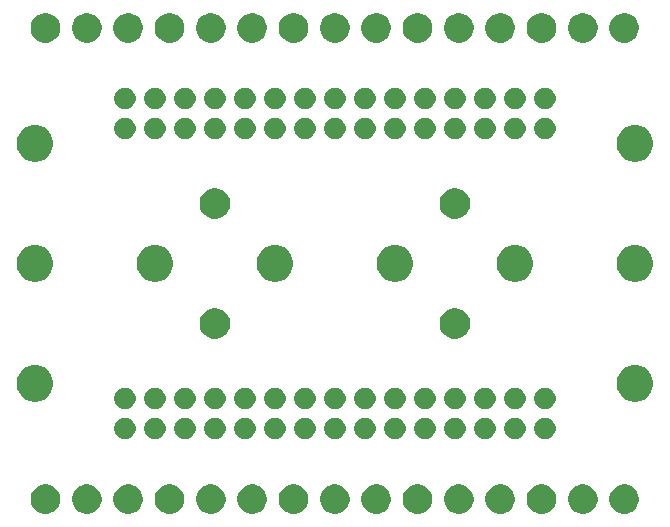
<source format=gbr>
G04 #@! TF.GenerationSoftware,KiCad,Pcbnew,5.1.5-52549c5~86~ubuntu18.04.1*
G04 #@! TF.CreationDate,2020-09-23T16:05:52-05:00*
G04 #@! TF.ProjectId,C08,4330382e-6b69-4636-9164-5f7063625858,rev?*
G04 #@! TF.SameCoordinates,Original*
G04 #@! TF.FileFunction,Soldermask,Top*
G04 #@! TF.FilePolarity,Negative*
%FSLAX46Y46*%
G04 Gerber Fmt 4.6, Leading zero omitted, Abs format (unit mm)*
G04 Created by KiCad (PCBNEW 5.1.5-52549c5~86~ubuntu18.04.1) date 2020-09-23 16:05:52*
%MOMM*%
%LPD*%
G04 APERTURE LIST*
%ADD10C,0.100000*%
G04 APERTURE END LIST*
D10*
G36*
X74074903Y-62876275D02*
G01*
X74302571Y-62970578D01*
X74507466Y-63107485D01*
X74681715Y-63281734D01*
X74818622Y-63486629D01*
X74912925Y-63714297D01*
X74961000Y-63955987D01*
X74961000Y-64202413D01*
X74912925Y-64444103D01*
X74818622Y-64671771D01*
X74681715Y-64876666D01*
X74507466Y-65050915D01*
X74302571Y-65187822D01*
X74302570Y-65187823D01*
X74302569Y-65187823D01*
X74074903Y-65282125D01*
X73833214Y-65330200D01*
X73586786Y-65330200D01*
X73345097Y-65282125D01*
X73117431Y-65187823D01*
X73117430Y-65187823D01*
X73117429Y-65187822D01*
X72912534Y-65050915D01*
X72738285Y-64876666D01*
X72601378Y-64671771D01*
X72507075Y-64444103D01*
X72459000Y-64202413D01*
X72459000Y-63955987D01*
X72507075Y-63714297D01*
X72601378Y-63486629D01*
X72738285Y-63281734D01*
X72912534Y-63107485D01*
X73117429Y-62970578D01*
X73345097Y-62876275D01*
X73586786Y-62828200D01*
X73833214Y-62828200D01*
X74074903Y-62876275D01*
G37*
G36*
X49574903Y-62876275D02*
G01*
X49802571Y-62970578D01*
X50007466Y-63107485D01*
X50181715Y-63281734D01*
X50318622Y-63486629D01*
X50412925Y-63714297D01*
X50461000Y-63955987D01*
X50461000Y-64202413D01*
X50412925Y-64444103D01*
X50318622Y-64671771D01*
X50181715Y-64876666D01*
X50007466Y-65050915D01*
X49802571Y-65187822D01*
X49802570Y-65187823D01*
X49802569Y-65187823D01*
X49574903Y-65282125D01*
X49333214Y-65330200D01*
X49086786Y-65330200D01*
X48845097Y-65282125D01*
X48617431Y-65187823D01*
X48617430Y-65187823D01*
X48617429Y-65187822D01*
X48412534Y-65050915D01*
X48238285Y-64876666D01*
X48101378Y-64671771D01*
X48007075Y-64444103D01*
X47959000Y-64202413D01*
X47959000Y-63955987D01*
X48007075Y-63714297D01*
X48101378Y-63486629D01*
X48238285Y-63281734D01*
X48412534Y-63107485D01*
X48617429Y-62970578D01*
X48845097Y-62876275D01*
X49086786Y-62828200D01*
X49333214Y-62828200D01*
X49574903Y-62876275D01*
G37*
G36*
X25074903Y-62876275D02*
G01*
X25302571Y-62970578D01*
X25507466Y-63107485D01*
X25681715Y-63281734D01*
X25818622Y-63486629D01*
X25912925Y-63714297D01*
X25961000Y-63955987D01*
X25961000Y-64202413D01*
X25912925Y-64444103D01*
X25818622Y-64671771D01*
X25681715Y-64876666D01*
X25507466Y-65050915D01*
X25302571Y-65187822D01*
X25302570Y-65187823D01*
X25302569Y-65187823D01*
X25074903Y-65282125D01*
X24833214Y-65330200D01*
X24586786Y-65330200D01*
X24345097Y-65282125D01*
X24117431Y-65187823D01*
X24117430Y-65187823D01*
X24117429Y-65187822D01*
X23912534Y-65050915D01*
X23738285Y-64876666D01*
X23601378Y-64671771D01*
X23507075Y-64444103D01*
X23459000Y-64202413D01*
X23459000Y-63955987D01*
X23507075Y-63714297D01*
X23601378Y-63486629D01*
X23738285Y-63281734D01*
X23912534Y-63107485D01*
X24117429Y-62970578D01*
X24345097Y-62876275D01*
X24586786Y-62828200D01*
X24833214Y-62828200D01*
X25074903Y-62876275D01*
G37*
G36*
X28574903Y-62876275D02*
G01*
X28802571Y-62970578D01*
X29007466Y-63107485D01*
X29181715Y-63281734D01*
X29318622Y-63486629D01*
X29412925Y-63714297D01*
X29461000Y-63955987D01*
X29461000Y-64202413D01*
X29412925Y-64444103D01*
X29318622Y-64671771D01*
X29181715Y-64876666D01*
X29007466Y-65050915D01*
X28802571Y-65187822D01*
X28802570Y-65187823D01*
X28802569Y-65187823D01*
X28574903Y-65282125D01*
X28333214Y-65330200D01*
X28086786Y-65330200D01*
X27845097Y-65282125D01*
X27617431Y-65187823D01*
X27617430Y-65187823D01*
X27617429Y-65187822D01*
X27412534Y-65050915D01*
X27238285Y-64876666D01*
X27101378Y-64671771D01*
X27007075Y-64444103D01*
X26959000Y-64202413D01*
X26959000Y-63955987D01*
X27007075Y-63714297D01*
X27101378Y-63486629D01*
X27238285Y-63281734D01*
X27412534Y-63107485D01*
X27617429Y-62970578D01*
X27845097Y-62876275D01*
X28086786Y-62828200D01*
X28333214Y-62828200D01*
X28574903Y-62876275D01*
G37*
G36*
X32074903Y-62876275D02*
G01*
X32302571Y-62970578D01*
X32507466Y-63107485D01*
X32681715Y-63281734D01*
X32818622Y-63486629D01*
X32912925Y-63714297D01*
X32961000Y-63955987D01*
X32961000Y-64202413D01*
X32912925Y-64444103D01*
X32818622Y-64671771D01*
X32681715Y-64876666D01*
X32507466Y-65050915D01*
X32302571Y-65187822D01*
X32302570Y-65187823D01*
X32302569Y-65187823D01*
X32074903Y-65282125D01*
X31833214Y-65330200D01*
X31586786Y-65330200D01*
X31345097Y-65282125D01*
X31117431Y-65187823D01*
X31117430Y-65187823D01*
X31117429Y-65187822D01*
X30912534Y-65050915D01*
X30738285Y-64876666D01*
X30601378Y-64671771D01*
X30507075Y-64444103D01*
X30459000Y-64202413D01*
X30459000Y-63955987D01*
X30507075Y-63714297D01*
X30601378Y-63486629D01*
X30738285Y-63281734D01*
X30912534Y-63107485D01*
X31117429Y-62970578D01*
X31345097Y-62876275D01*
X31586786Y-62828200D01*
X31833214Y-62828200D01*
X32074903Y-62876275D01*
G37*
G36*
X35574903Y-62876275D02*
G01*
X35802571Y-62970578D01*
X36007466Y-63107485D01*
X36181715Y-63281734D01*
X36318622Y-63486629D01*
X36412925Y-63714297D01*
X36461000Y-63955987D01*
X36461000Y-64202413D01*
X36412925Y-64444103D01*
X36318622Y-64671771D01*
X36181715Y-64876666D01*
X36007466Y-65050915D01*
X35802571Y-65187822D01*
X35802570Y-65187823D01*
X35802569Y-65187823D01*
X35574903Y-65282125D01*
X35333214Y-65330200D01*
X35086786Y-65330200D01*
X34845097Y-65282125D01*
X34617431Y-65187823D01*
X34617430Y-65187823D01*
X34617429Y-65187822D01*
X34412534Y-65050915D01*
X34238285Y-64876666D01*
X34101378Y-64671771D01*
X34007075Y-64444103D01*
X33959000Y-64202413D01*
X33959000Y-63955987D01*
X34007075Y-63714297D01*
X34101378Y-63486629D01*
X34238285Y-63281734D01*
X34412534Y-63107485D01*
X34617429Y-62970578D01*
X34845097Y-62876275D01*
X35086786Y-62828200D01*
X35333214Y-62828200D01*
X35574903Y-62876275D01*
G37*
G36*
X39074903Y-62876275D02*
G01*
X39302571Y-62970578D01*
X39507466Y-63107485D01*
X39681715Y-63281734D01*
X39818622Y-63486629D01*
X39912925Y-63714297D01*
X39961000Y-63955987D01*
X39961000Y-64202413D01*
X39912925Y-64444103D01*
X39818622Y-64671771D01*
X39681715Y-64876666D01*
X39507466Y-65050915D01*
X39302571Y-65187822D01*
X39302570Y-65187823D01*
X39302569Y-65187823D01*
X39074903Y-65282125D01*
X38833214Y-65330200D01*
X38586786Y-65330200D01*
X38345097Y-65282125D01*
X38117431Y-65187823D01*
X38117430Y-65187823D01*
X38117429Y-65187822D01*
X37912534Y-65050915D01*
X37738285Y-64876666D01*
X37601378Y-64671771D01*
X37507075Y-64444103D01*
X37459000Y-64202413D01*
X37459000Y-63955987D01*
X37507075Y-63714297D01*
X37601378Y-63486629D01*
X37738285Y-63281734D01*
X37912534Y-63107485D01*
X38117429Y-62970578D01*
X38345097Y-62876275D01*
X38586786Y-62828200D01*
X38833214Y-62828200D01*
X39074903Y-62876275D01*
G37*
G36*
X42574903Y-62876275D02*
G01*
X42802571Y-62970578D01*
X43007466Y-63107485D01*
X43181715Y-63281734D01*
X43318622Y-63486629D01*
X43412925Y-63714297D01*
X43461000Y-63955987D01*
X43461000Y-64202413D01*
X43412925Y-64444103D01*
X43318622Y-64671771D01*
X43181715Y-64876666D01*
X43007466Y-65050915D01*
X42802571Y-65187822D01*
X42802570Y-65187823D01*
X42802569Y-65187823D01*
X42574903Y-65282125D01*
X42333214Y-65330200D01*
X42086786Y-65330200D01*
X41845097Y-65282125D01*
X41617431Y-65187823D01*
X41617430Y-65187823D01*
X41617429Y-65187822D01*
X41412534Y-65050915D01*
X41238285Y-64876666D01*
X41101378Y-64671771D01*
X41007075Y-64444103D01*
X40959000Y-64202413D01*
X40959000Y-63955987D01*
X41007075Y-63714297D01*
X41101378Y-63486629D01*
X41238285Y-63281734D01*
X41412534Y-63107485D01*
X41617429Y-62970578D01*
X41845097Y-62876275D01*
X42086786Y-62828200D01*
X42333214Y-62828200D01*
X42574903Y-62876275D01*
G37*
G36*
X53074903Y-62876275D02*
G01*
X53302571Y-62970578D01*
X53507466Y-63107485D01*
X53681715Y-63281734D01*
X53818622Y-63486629D01*
X53912925Y-63714297D01*
X53961000Y-63955987D01*
X53961000Y-64202413D01*
X53912925Y-64444103D01*
X53818622Y-64671771D01*
X53681715Y-64876666D01*
X53507466Y-65050915D01*
X53302571Y-65187822D01*
X53302570Y-65187823D01*
X53302569Y-65187823D01*
X53074903Y-65282125D01*
X52833214Y-65330200D01*
X52586786Y-65330200D01*
X52345097Y-65282125D01*
X52117431Y-65187823D01*
X52117430Y-65187823D01*
X52117429Y-65187822D01*
X51912534Y-65050915D01*
X51738285Y-64876666D01*
X51601378Y-64671771D01*
X51507075Y-64444103D01*
X51459000Y-64202413D01*
X51459000Y-63955987D01*
X51507075Y-63714297D01*
X51601378Y-63486629D01*
X51738285Y-63281734D01*
X51912534Y-63107485D01*
X52117429Y-62970578D01*
X52345097Y-62876275D01*
X52586786Y-62828200D01*
X52833214Y-62828200D01*
X53074903Y-62876275D01*
G37*
G36*
X56574903Y-62876275D02*
G01*
X56802571Y-62970578D01*
X57007466Y-63107485D01*
X57181715Y-63281734D01*
X57318622Y-63486629D01*
X57412925Y-63714297D01*
X57461000Y-63955987D01*
X57461000Y-64202413D01*
X57412925Y-64444103D01*
X57318622Y-64671771D01*
X57181715Y-64876666D01*
X57007466Y-65050915D01*
X56802571Y-65187822D01*
X56802570Y-65187823D01*
X56802569Y-65187823D01*
X56574903Y-65282125D01*
X56333214Y-65330200D01*
X56086786Y-65330200D01*
X55845097Y-65282125D01*
X55617431Y-65187823D01*
X55617430Y-65187823D01*
X55617429Y-65187822D01*
X55412534Y-65050915D01*
X55238285Y-64876666D01*
X55101378Y-64671771D01*
X55007075Y-64444103D01*
X54959000Y-64202413D01*
X54959000Y-63955987D01*
X55007075Y-63714297D01*
X55101378Y-63486629D01*
X55238285Y-63281734D01*
X55412534Y-63107485D01*
X55617429Y-62970578D01*
X55845097Y-62876275D01*
X56086786Y-62828200D01*
X56333214Y-62828200D01*
X56574903Y-62876275D01*
G37*
G36*
X60074903Y-62876275D02*
G01*
X60302571Y-62970578D01*
X60507466Y-63107485D01*
X60681715Y-63281734D01*
X60818622Y-63486629D01*
X60912925Y-63714297D01*
X60961000Y-63955987D01*
X60961000Y-64202413D01*
X60912925Y-64444103D01*
X60818622Y-64671771D01*
X60681715Y-64876666D01*
X60507466Y-65050915D01*
X60302571Y-65187822D01*
X60302570Y-65187823D01*
X60302569Y-65187823D01*
X60074903Y-65282125D01*
X59833214Y-65330200D01*
X59586786Y-65330200D01*
X59345097Y-65282125D01*
X59117431Y-65187823D01*
X59117430Y-65187823D01*
X59117429Y-65187822D01*
X58912534Y-65050915D01*
X58738285Y-64876666D01*
X58601378Y-64671771D01*
X58507075Y-64444103D01*
X58459000Y-64202413D01*
X58459000Y-63955987D01*
X58507075Y-63714297D01*
X58601378Y-63486629D01*
X58738285Y-63281734D01*
X58912534Y-63107485D01*
X59117429Y-62970578D01*
X59345097Y-62876275D01*
X59586786Y-62828200D01*
X59833214Y-62828200D01*
X60074903Y-62876275D01*
G37*
G36*
X63574903Y-62876275D02*
G01*
X63802571Y-62970578D01*
X64007466Y-63107485D01*
X64181715Y-63281734D01*
X64318622Y-63486629D01*
X64412925Y-63714297D01*
X64461000Y-63955987D01*
X64461000Y-64202413D01*
X64412925Y-64444103D01*
X64318622Y-64671771D01*
X64181715Y-64876666D01*
X64007466Y-65050915D01*
X63802571Y-65187822D01*
X63802570Y-65187823D01*
X63802569Y-65187823D01*
X63574903Y-65282125D01*
X63333214Y-65330200D01*
X63086786Y-65330200D01*
X62845097Y-65282125D01*
X62617431Y-65187823D01*
X62617430Y-65187823D01*
X62617429Y-65187822D01*
X62412534Y-65050915D01*
X62238285Y-64876666D01*
X62101378Y-64671771D01*
X62007075Y-64444103D01*
X61959000Y-64202413D01*
X61959000Y-63955987D01*
X62007075Y-63714297D01*
X62101378Y-63486629D01*
X62238285Y-63281734D01*
X62412534Y-63107485D01*
X62617429Y-62970578D01*
X62845097Y-62876275D01*
X63086786Y-62828200D01*
X63333214Y-62828200D01*
X63574903Y-62876275D01*
G37*
G36*
X67074903Y-62876275D02*
G01*
X67302571Y-62970578D01*
X67507466Y-63107485D01*
X67681715Y-63281734D01*
X67818622Y-63486629D01*
X67912925Y-63714297D01*
X67961000Y-63955987D01*
X67961000Y-64202413D01*
X67912925Y-64444103D01*
X67818622Y-64671771D01*
X67681715Y-64876666D01*
X67507466Y-65050915D01*
X67302571Y-65187822D01*
X67302570Y-65187823D01*
X67302569Y-65187823D01*
X67074903Y-65282125D01*
X66833214Y-65330200D01*
X66586786Y-65330200D01*
X66345097Y-65282125D01*
X66117431Y-65187823D01*
X66117430Y-65187823D01*
X66117429Y-65187822D01*
X65912534Y-65050915D01*
X65738285Y-64876666D01*
X65601378Y-64671771D01*
X65507075Y-64444103D01*
X65459000Y-64202413D01*
X65459000Y-63955987D01*
X65507075Y-63714297D01*
X65601378Y-63486629D01*
X65738285Y-63281734D01*
X65912534Y-63107485D01*
X66117429Y-62970578D01*
X66345097Y-62876275D01*
X66586786Y-62828200D01*
X66833214Y-62828200D01*
X67074903Y-62876275D01*
G37*
G36*
X70574903Y-62876275D02*
G01*
X70802571Y-62970578D01*
X71007466Y-63107485D01*
X71181715Y-63281734D01*
X71318622Y-63486629D01*
X71412925Y-63714297D01*
X71461000Y-63955987D01*
X71461000Y-64202413D01*
X71412925Y-64444103D01*
X71318622Y-64671771D01*
X71181715Y-64876666D01*
X71007466Y-65050915D01*
X70802571Y-65187822D01*
X70802570Y-65187823D01*
X70802569Y-65187823D01*
X70574903Y-65282125D01*
X70333214Y-65330200D01*
X70086786Y-65330200D01*
X69845097Y-65282125D01*
X69617431Y-65187823D01*
X69617430Y-65187823D01*
X69617429Y-65187822D01*
X69412534Y-65050915D01*
X69238285Y-64876666D01*
X69101378Y-64671771D01*
X69007075Y-64444103D01*
X68959000Y-64202413D01*
X68959000Y-63955987D01*
X69007075Y-63714297D01*
X69101378Y-63486629D01*
X69238285Y-63281734D01*
X69412534Y-63107485D01*
X69617429Y-62970578D01*
X69845097Y-62876275D01*
X70086786Y-62828200D01*
X70333214Y-62828200D01*
X70574903Y-62876275D01*
G37*
G36*
X46074903Y-62876275D02*
G01*
X46302571Y-62970578D01*
X46507466Y-63107485D01*
X46681715Y-63281734D01*
X46818622Y-63486629D01*
X46912925Y-63714297D01*
X46961000Y-63955987D01*
X46961000Y-64202413D01*
X46912925Y-64444103D01*
X46818622Y-64671771D01*
X46681715Y-64876666D01*
X46507466Y-65050915D01*
X46302571Y-65187822D01*
X46302570Y-65187823D01*
X46302569Y-65187823D01*
X46074903Y-65282125D01*
X45833214Y-65330200D01*
X45586786Y-65330200D01*
X45345097Y-65282125D01*
X45117431Y-65187823D01*
X45117430Y-65187823D01*
X45117429Y-65187822D01*
X44912534Y-65050915D01*
X44738285Y-64876666D01*
X44601378Y-64671771D01*
X44507075Y-64444103D01*
X44459000Y-64202413D01*
X44459000Y-63955987D01*
X44507075Y-63714297D01*
X44601378Y-63486629D01*
X44738285Y-63281734D01*
X44912534Y-63107485D01*
X45117429Y-62970578D01*
X45345097Y-62876275D01*
X45586786Y-62828200D01*
X45833214Y-62828200D01*
X46074903Y-62876275D01*
G37*
G36*
X41703512Y-57203927D02*
G01*
X41852812Y-57233624D01*
X42016784Y-57301544D01*
X42164354Y-57400147D01*
X42289853Y-57525646D01*
X42388456Y-57673216D01*
X42456376Y-57837188D01*
X42491000Y-58011259D01*
X42491000Y-58188741D01*
X42456376Y-58362812D01*
X42388456Y-58526784D01*
X42289853Y-58674354D01*
X42164354Y-58799853D01*
X42016784Y-58898456D01*
X41852812Y-58966376D01*
X41703512Y-58996073D01*
X41678742Y-59001000D01*
X41501258Y-59001000D01*
X41476488Y-58996073D01*
X41327188Y-58966376D01*
X41163216Y-58898456D01*
X41015646Y-58799853D01*
X40890147Y-58674354D01*
X40791544Y-58526784D01*
X40723624Y-58362812D01*
X40689000Y-58188741D01*
X40689000Y-58011259D01*
X40723624Y-57837188D01*
X40791544Y-57673216D01*
X40890147Y-57525646D01*
X41015646Y-57400147D01*
X41163216Y-57301544D01*
X41327188Y-57233624D01*
X41476488Y-57203927D01*
X41501258Y-57199000D01*
X41678742Y-57199000D01*
X41703512Y-57203927D01*
G37*
G36*
X67103512Y-57203927D02*
G01*
X67252812Y-57233624D01*
X67416784Y-57301544D01*
X67564354Y-57400147D01*
X67689853Y-57525646D01*
X67788456Y-57673216D01*
X67856376Y-57837188D01*
X67891000Y-58011259D01*
X67891000Y-58188741D01*
X67856376Y-58362812D01*
X67788456Y-58526784D01*
X67689853Y-58674354D01*
X67564354Y-58799853D01*
X67416784Y-58898456D01*
X67252812Y-58966376D01*
X67103512Y-58996073D01*
X67078742Y-59001000D01*
X66901258Y-59001000D01*
X66876488Y-58996073D01*
X66727188Y-58966376D01*
X66563216Y-58898456D01*
X66415646Y-58799853D01*
X66290147Y-58674354D01*
X66191544Y-58526784D01*
X66123624Y-58362812D01*
X66089000Y-58188741D01*
X66089000Y-58011259D01*
X66123624Y-57837188D01*
X66191544Y-57673216D01*
X66290147Y-57525646D01*
X66415646Y-57400147D01*
X66563216Y-57301544D01*
X66727188Y-57233624D01*
X66876488Y-57203927D01*
X66901258Y-57199000D01*
X67078742Y-57199000D01*
X67103512Y-57203927D01*
G37*
G36*
X62023512Y-57203927D02*
G01*
X62172812Y-57233624D01*
X62336784Y-57301544D01*
X62484354Y-57400147D01*
X62609853Y-57525646D01*
X62708456Y-57673216D01*
X62776376Y-57837188D01*
X62811000Y-58011259D01*
X62811000Y-58188741D01*
X62776376Y-58362812D01*
X62708456Y-58526784D01*
X62609853Y-58674354D01*
X62484354Y-58799853D01*
X62336784Y-58898456D01*
X62172812Y-58966376D01*
X62023512Y-58996073D01*
X61998742Y-59001000D01*
X61821258Y-59001000D01*
X61796488Y-58996073D01*
X61647188Y-58966376D01*
X61483216Y-58898456D01*
X61335646Y-58799853D01*
X61210147Y-58674354D01*
X61111544Y-58526784D01*
X61043624Y-58362812D01*
X61009000Y-58188741D01*
X61009000Y-58011259D01*
X61043624Y-57837188D01*
X61111544Y-57673216D01*
X61210147Y-57525646D01*
X61335646Y-57400147D01*
X61483216Y-57301544D01*
X61647188Y-57233624D01*
X61796488Y-57203927D01*
X61821258Y-57199000D01*
X61998742Y-57199000D01*
X62023512Y-57203927D01*
G37*
G36*
X31543512Y-57203927D02*
G01*
X31692812Y-57233624D01*
X31856784Y-57301544D01*
X32004354Y-57400147D01*
X32129853Y-57525646D01*
X32228456Y-57673216D01*
X32296376Y-57837188D01*
X32331000Y-58011259D01*
X32331000Y-58188741D01*
X32296376Y-58362812D01*
X32228456Y-58526784D01*
X32129853Y-58674354D01*
X32004354Y-58799853D01*
X31856784Y-58898456D01*
X31692812Y-58966376D01*
X31543512Y-58996073D01*
X31518742Y-59001000D01*
X31341258Y-59001000D01*
X31316488Y-58996073D01*
X31167188Y-58966376D01*
X31003216Y-58898456D01*
X30855646Y-58799853D01*
X30730147Y-58674354D01*
X30631544Y-58526784D01*
X30563624Y-58362812D01*
X30529000Y-58188741D01*
X30529000Y-58011259D01*
X30563624Y-57837188D01*
X30631544Y-57673216D01*
X30730147Y-57525646D01*
X30855646Y-57400147D01*
X31003216Y-57301544D01*
X31167188Y-57233624D01*
X31316488Y-57203927D01*
X31341258Y-57199000D01*
X31518742Y-57199000D01*
X31543512Y-57203927D01*
G37*
G36*
X34083512Y-57203927D02*
G01*
X34232812Y-57233624D01*
X34396784Y-57301544D01*
X34544354Y-57400147D01*
X34669853Y-57525646D01*
X34768456Y-57673216D01*
X34836376Y-57837188D01*
X34871000Y-58011259D01*
X34871000Y-58188741D01*
X34836376Y-58362812D01*
X34768456Y-58526784D01*
X34669853Y-58674354D01*
X34544354Y-58799853D01*
X34396784Y-58898456D01*
X34232812Y-58966376D01*
X34083512Y-58996073D01*
X34058742Y-59001000D01*
X33881258Y-59001000D01*
X33856488Y-58996073D01*
X33707188Y-58966376D01*
X33543216Y-58898456D01*
X33395646Y-58799853D01*
X33270147Y-58674354D01*
X33171544Y-58526784D01*
X33103624Y-58362812D01*
X33069000Y-58188741D01*
X33069000Y-58011259D01*
X33103624Y-57837188D01*
X33171544Y-57673216D01*
X33270147Y-57525646D01*
X33395646Y-57400147D01*
X33543216Y-57301544D01*
X33707188Y-57233624D01*
X33856488Y-57203927D01*
X33881258Y-57199000D01*
X34058742Y-57199000D01*
X34083512Y-57203927D01*
G37*
G36*
X36623512Y-57203927D02*
G01*
X36772812Y-57233624D01*
X36936784Y-57301544D01*
X37084354Y-57400147D01*
X37209853Y-57525646D01*
X37308456Y-57673216D01*
X37376376Y-57837188D01*
X37411000Y-58011259D01*
X37411000Y-58188741D01*
X37376376Y-58362812D01*
X37308456Y-58526784D01*
X37209853Y-58674354D01*
X37084354Y-58799853D01*
X36936784Y-58898456D01*
X36772812Y-58966376D01*
X36623512Y-58996073D01*
X36598742Y-59001000D01*
X36421258Y-59001000D01*
X36396488Y-58996073D01*
X36247188Y-58966376D01*
X36083216Y-58898456D01*
X35935646Y-58799853D01*
X35810147Y-58674354D01*
X35711544Y-58526784D01*
X35643624Y-58362812D01*
X35609000Y-58188741D01*
X35609000Y-58011259D01*
X35643624Y-57837188D01*
X35711544Y-57673216D01*
X35810147Y-57525646D01*
X35935646Y-57400147D01*
X36083216Y-57301544D01*
X36247188Y-57233624D01*
X36396488Y-57203927D01*
X36421258Y-57199000D01*
X36598742Y-57199000D01*
X36623512Y-57203927D01*
G37*
G36*
X39163512Y-57203927D02*
G01*
X39312812Y-57233624D01*
X39476784Y-57301544D01*
X39624354Y-57400147D01*
X39749853Y-57525646D01*
X39848456Y-57673216D01*
X39916376Y-57837188D01*
X39951000Y-58011259D01*
X39951000Y-58188741D01*
X39916376Y-58362812D01*
X39848456Y-58526784D01*
X39749853Y-58674354D01*
X39624354Y-58799853D01*
X39476784Y-58898456D01*
X39312812Y-58966376D01*
X39163512Y-58996073D01*
X39138742Y-59001000D01*
X38961258Y-59001000D01*
X38936488Y-58996073D01*
X38787188Y-58966376D01*
X38623216Y-58898456D01*
X38475646Y-58799853D01*
X38350147Y-58674354D01*
X38251544Y-58526784D01*
X38183624Y-58362812D01*
X38149000Y-58188741D01*
X38149000Y-58011259D01*
X38183624Y-57837188D01*
X38251544Y-57673216D01*
X38350147Y-57525646D01*
X38475646Y-57400147D01*
X38623216Y-57301544D01*
X38787188Y-57233624D01*
X38936488Y-57203927D01*
X38961258Y-57199000D01*
X39138742Y-57199000D01*
X39163512Y-57203927D01*
G37*
G36*
X44243512Y-57203927D02*
G01*
X44392812Y-57233624D01*
X44556784Y-57301544D01*
X44704354Y-57400147D01*
X44829853Y-57525646D01*
X44928456Y-57673216D01*
X44996376Y-57837188D01*
X45031000Y-58011259D01*
X45031000Y-58188741D01*
X44996376Y-58362812D01*
X44928456Y-58526784D01*
X44829853Y-58674354D01*
X44704354Y-58799853D01*
X44556784Y-58898456D01*
X44392812Y-58966376D01*
X44243512Y-58996073D01*
X44218742Y-59001000D01*
X44041258Y-59001000D01*
X44016488Y-58996073D01*
X43867188Y-58966376D01*
X43703216Y-58898456D01*
X43555646Y-58799853D01*
X43430147Y-58674354D01*
X43331544Y-58526784D01*
X43263624Y-58362812D01*
X43229000Y-58188741D01*
X43229000Y-58011259D01*
X43263624Y-57837188D01*
X43331544Y-57673216D01*
X43430147Y-57525646D01*
X43555646Y-57400147D01*
X43703216Y-57301544D01*
X43867188Y-57233624D01*
X44016488Y-57203927D01*
X44041258Y-57199000D01*
X44218742Y-57199000D01*
X44243512Y-57203927D01*
G37*
G36*
X46783512Y-57203927D02*
G01*
X46932812Y-57233624D01*
X47096784Y-57301544D01*
X47244354Y-57400147D01*
X47369853Y-57525646D01*
X47468456Y-57673216D01*
X47536376Y-57837188D01*
X47571000Y-58011259D01*
X47571000Y-58188741D01*
X47536376Y-58362812D01*
X47468456Y-58526784D01*
X47369853Y-58674354D01*
X47244354Y-58799853D01*
X47096784Y-58898456D01*
X46932812Y-58966376D01*
X46783512Y-58996073D01*
X46758742Y-59001000D01*
X46581258Y-59001000D01*
X46556488Y-58996073D01*
X46407188Y-58966376D01*
X46243216Y-58898456D01*
X46095646Y-58799853D01*
X45970147Y-58674354D01*
X45871544Y-58526784D01*
X45803624Y-58362812D01*
X45769000Y-58188741D01*
X45769000Y-58011259D01*
X45803624Y-57837188D01*
X45871544Y-57673216D01*
X45970147Y-57525646D01*
X46095646Y-57400147D01*
X46243216Y-57301544D01*
X46407188Y-57233624D01*
X46556488Y-57203927D01*
X46581258Y-57199000D01*
X46758742Y-57199000D01*
X46783512Y-57203927D01*
G37*
G36*
X49323512Y-57203927D02*
G01*
X49472812Y-57233624D01*
X49636784Y-57301544D01*
X49784354Y-57400147D01*
X49909853Y-57525646D01*
X50008456Y-57673216D01*
X50076376Y-57837188D01*
X50111000Y-58011259D01*
X50111000Y-58188741D01*
X50076376Y-58362812D01*
X50008456Y-58526784D01*
X49909853Y-58674354D01*
X49784354Y-58799853D01*
X49636784Y-58898456D01*
X49472812Y-58966376D01*
X49323512Y-58996073D01*
X49298742Y-59001000D01*
X49121258Y-59001000D01*
X49096488Y-58996073D01*
X48947188Y-58966376D01*
X48783216Y-58898456D01*
X48635646Y-58799853D01*
X48510147Y-58674354D01*
X48411544Y-58526784D01*
X48343624Y-58362812D01*
X48309000Y-58188741D01*
X48309000Y-58011259D01*
X48343624Y-57837188D01*
X48411544Y-57673216D01*
X48510147Y-57525646D01*
X48635646Y-57400147D01*
X48783216Y-57301544D01*
X48947188Y-57233624D01*
X49096488Y-57203927D01*
X49121258Y-57199000D01*
X49298742Y-57199000D01*
X49323512Y-57203927D01*
G37*
G36*
X59483512Y-57203927D02*
G01*
X59632812Y-57233624D01*
X59796784Y-57301544D01*
X59944354Y-57400147D01*
X60069853Y-57525646D01*
X60168456Y-57673216D01*
X60236376Y-57837188D01*
X60271000Y-58011259D01*
X60271000Y-58188741D01*
X60236376Y-58362812D01*
X60168456Y-58526784D01*
X60069853Y-58674354D01*
X59944354Y-58799853D01*
X59796784Y-58898456D01*
X59632812Y-58966376D01*
X59483512Y-58996073D01*
X59458742Y-59001000D01*
X59281258Y-59001000D01*
X59256488Y-58996073D01*
X59107188Y-58966376D01*
X58943216Y-58898456D01*
X58795646Y-58799853D01*
X58670147Y-58674354D01*
X58571544Y-58526784D01*
X58503624Y-58362812D01*
X58469000Y-58188741D01*
X58469000Y-58011259D01*
X58503624Y-57837188D01*
X58571544Y-57673216D01*
X58670147Y-57525646D01*
X58795646Y-57400147D01*
X58943216Y-57301544D01*
X59107188Y-57233624D01*
X59256488Y-57203927D01*
X59281258Y-57199000D01*
X59458742Y-57199000D01*
X59483512Y-57203927D01*
G37*
G36*
X51863512Y-57203927D02*
G01*
X52012812Y-57233624D01*
X52176784Y-57301544D01*
X52324354Y-57400147D01*
X52449853Y-57525646D01*
X52548456Y-57673216D01*
X52616376Y-57837188D01*
X52651000Y-58011259D01*
X52651000Y-58188741D01*
X52616376Y-58362812D01*
X52548456Y-58526784D01*
X52449853Y-58674354D01*
X52324354Y-58799853D01*
X52176784Y-58898456D01*
X52012812Y-58966376D01*
X51863512Y-58996073D01*
X51838742Y-59001000D01*
X51661258Y-59001000D01*
X51636488Y-58996073D01*
X51487188Y-58966376D01*
X51323216Y-58898456D01*
X51175646Y-58799853D01*
X51050147Y-58674354D01*
X50951544Y-58526784D01*
X50883624Y-58362812D01*
X50849000Y-58188741D01*
X50849000Y-58011259D01*
X50883624Y-57837188D01*
X50951544Y-57673216D01*
X51050147Y-57525646D01*
X51175646Y-57400147D01*
X51323216Y-57301544D01*
X51487188Y-57233624D01*
X51636488Y-57203927D01*
X51661258Y-57199000D01*
X51838742Y-57199000D01*
X51863512Y-57203927D01*
G37*
G36*
X54403512Y-57203927D02*
G01*
X54552812Y-57233624D01*
X54716784Y-57301544D01*
X54864354Y-57400147D01*
X54989853Y-57525646D01*
X55088456Y-57673216D01*
X55156376Y-57837188D01*
X55191000Y-58011259D01*
X55191000Y-58188741D01*
X55156376Y-58362812D01*
X55088456Y-58526784D01*
X54989853Y-58674354D01*
X54864354Y-58799853D01*
X54716784Y-58898456D01*
X54552812Y-58966376D01*
X54403512Y-58996073D01*
X54378742Y-59001000D01*
X54201258Y-59001000D01*
X54176488Y-58996073D01*
X54027188Y-58966376D01*
X53863216Y-58898456D01*
X53715646Y-58799853D01*
X53590147Y-58674354D01*
X53491544Y-58526784D01*
X53423624Y-58362812D01*
X53389000Y-58188741D01*
X53389000Y-58011259D01*
X53423624Y-57837188D01*
X53491544Y-57673216D01*
X53590147Y-57525646D01*
X53715646Y-57400147D01*
X53863216Y-57301544D01*
X54027188Y-57233624D01*
X54176488Y-57203927D01*
X54201258Y-57199000D01*
X54378742Y-57199000D01*
X54403512Y-57203927D01*
G37*
G36*
X56943512Y-57203927D02*
G01*
X57092812Y-57233624D01*
X57256784Y-57301544D01*
X57404354Y-57400147D01*
X57529853Y-57525646D01*
X57628456Y-57673216D01*
X57696376Y-57837188D01*
X57731000Y-58011259D01*
X57731000Y-58188741D01*
X57696376Y-58362812D01*
X57628456Y-58526784D01*
X57529853Y-58674354D01*
X57404354Y-58799853D01*
X57256784Y-58898456D01*
X57092812Y-58966376D01*
X56943512Y-58996073D01*
X56918742Y-59001000D01*
X56741258Y-59001000D01*
X56716488Y-58996073D01*
X56567188Y-58966376D01*
X56403216Y-58898456D01*
X56255646Y-58799853D01*
X56130147Y-58674354D01*
X56031544Y-58526784D01*
X55963624Y-58362812D01*
X55929000Y-58188741D01*
X55929000Y-58011259D01*
X55963624Y-57837188D01*
X56031544Y-57673216D01*
X56130147Y-57525646D01*
X56255646Y-57400147D01*
X56403216Y-57301544D01*
X56567188Y-57233624D01*
X56716488Y-57203927D01*
X56741258Y-57199000D01*
X56918742Y-57199000D01*
X56943512Y-57203927D01*
G37*
G36*
X64563512Y-57203927D02*
G01*
X64712812Y-57233624D01*
X64876784Y-57301544D01*
X65024354Y-57400147D01*
X65149853Y-57525646D01*
X65248456Y-57673216D01*
X65316376Y-57837188D01*
X65351000Y-58011259D01*
X65351000Y-58188741D01*
X65316376Y-58362812D01*
X65248456Y-58526784D01*
X65149853Y-58674354D01*
X65024354Y-58799853D01*
X64876784Y-58898456D01*
X64712812Y-58966376D01*
X64563512Y-58996073D01*
X64538742Y-59001000D01*
X64361258Y-59001000D01*
X64336488Y-58996073D01*
X64187188Y-58966376D01*
X64023216Y-58898456D01*
X63875646Y-58799853D01*
X63750147Y-58674354D01*
X63651544Y-58526784D01*
X63583624Y-58362812D01*
X63549000Y-58188741D01*
X63549000Y-58011259D01*
X63583624Y-57837188D01*
X63651544Y-57673216D01*
X63750147Y-57525646D01*
X63875646Y-57400147D01*
X64023216Y-57301544D01*
X64187188Y-57233624D01*
X64336488Y-57203927D01*
X64361258Y-57199000D01*
X64538742Y-57199000D01*
X64563512Y-57203927D01*
G37*
G36*
X31543512Y-54663927D02*
G01*
X31692812Y-54693624D01*
X31856784Y-54761544D01*
X32004354Y-54860147D01*
X32129853Y-54985646D01*
X32228456Y-55133216D01*
X32296376Y-55297188D01*
X32331000Y-55471259D01*
X32331000Y-55648741D01*
X32296376Y-55822812D01*
X32228456Y-55986784D01*
X32129853Y-56134354D01*
X32004354Y-56259853D01*
X31856784Y-56358456D01*
X31692812Y-56426376D01*
X31543512Y-56456073D01*
X31518742Y-56461000D01*
X31341258Y-56461000D01*
X31316488Y-56456073D01*
X31167188Y-56426376D01*
X31003216Y-56358456D01*
X30855646Y-56259853D01*
X30730147Y-56134354D01*
X30631544Y-55986784D01*
X30563624Y-55822812D01*
X30529000Y-55648741D01*
X30529000Y-55471259D01*
X30563624Y-55297188D01*
X30631544Y-55133216D01*
X30730147Y-54985646D01*
X30855646Y-54860147D01*
X31003216Y-54761544D01*
X31167188Y-54693624D01*
X31316488Y-54663927D01*
X31341258Y-54659000D01*
X31518742Y-54659000D01*
X31543512Y-54663927D01*
G37*
G36*
X34083512Y-54663927D02*
G01*
X34232812Y-54693624D01*
X34396784Y-54761544D01*
X34544354Y-54860147D01*
X34669853Y-54985646D01*
X34768456Y-55133216D01*
X34836376Y-55297188D01*
X34871000Y-55471259D01*
X34871000Y-55648741D01*
X34836376Y-55822812D01*
X34768456Y-55986784D01*
X34669853Y-56134354D01*
X34544354Y-56259853D01*
X34396784Y-56358456D01*
X34232812Y-56426376D01*
X34083512Y-56456073D01*
X34058742Y-56461000D01*
X33881258Y-56461000D01*
X33856488Y-56456073D01*
X33707188Y-56426376D01*
X33543216Y-56358456D01*
X33395646Y-56259853D01*
X33270147Y-56134354D01*
X33171544Y-55986784D01*
X33103624Y-55822812D01*
X33069000Y-55648741D01*
X33069000Y-55471259D01*
X33103624Y-55297188D01*
X33171544Y-55133216D01*
X33270147Y-54985646D01*
X33395646Y-54860147D01*
X33543216Y-54761544D01*
X33707188Y-54693624D01*
X33856488Y-54663927D01*
X33881258Y-54659000D01*
X34058742Y-54659000D01*
X34083512Y-54663927D01*
G37*
G36*
X36623512Y-54663927D02*
G01*
X36772812Y-54693624D01*
X36936784Y-54761544D01*
X37084354Y-54860147D01*
X37209853Y-54985646D01*
X37308456Y-55133216D01*
X37376376Y-55297188D01*
X37411000Y-55471259D01*
X37411000Y-55648741D01*
X37376376Y-55822812D01*
X37308456Y-55986784D01*
X37209853Y-56134354D01*
X37084354Y-56259853D01*
X36936784Y-56358456D01*
X36772812Y-56426376D01*
X36623512Y-56456073D01*
X36598742Y-56461000D01*
X36421258Y-56461000D01*
X36396488Y-56456073D01*
X36247188Y-56426376D01*
X36083216Y-56358456D01*
X35935646Y-56259853D01*
X35810147Y-56134354D01*
X35711544Y-55986784D01*
X35643624Y-55822812D01*
X35609000Y-55648741D01*
X35609000Y-55471259D01*
X35643624Y-55297188D01*
X35711544Y-55133216D01*
X35810147Y-54985646D01*
X35935646Y-54860147D01*
X36083216Y-54761544D01*
X36247188Y-54693624D01*
X36396488Y-54663927D01*
X36421258Y-54659000D01*
X36598742Y-54659000D01*
X36623512Y-54663927D01*
G37*
G36*
X39163512Y-54663927D02*
G01*
X39312812Y-54693624D01*
X39476784Y-54761544D01*
X39624354Y-54860147D01*
X39749853Y-54985646D01*
X39848456Y-55133216D01*
X39916376Y-55297188D01*
X39951000Y-55471259D01*
X39951000Y-55648741D01*
X39916376Y-55822812D01*
X39848456Y-55986784D01*
X39749853Y-56134354D01*
X39624354Y-56259853D01*
X39476784Y-56358456D01*
X39312812Y-56426376D01*
X39163512Y-56456073D01*
X39138742Y-56461000D01*
X38961258Y-56461000D01*
X38936488Y-56456073D01*
X38787188Y-56426376D01*
X38623216Y-56358456D01*
X38475646Y-56259853D01*
X38350147Y-56134354D01*
X38251544Y-55986784D01*
X38183624Y-55822812D01*
X38149000Y-55648741D01*
X38149000Y-55471259D01*
X38183624Y-55297188D01*
X38251544Y-55133216D01*
X38350147Y-54985646D01*
X38475646Y-54860147D01*
X38623216Y-54761544D01*
X38787188Y-54693624D01*
X38936488Y-54663927D01*
X38961258Y-54659000D01*
X39138742Y-54659000D01*
X39163512Y-54663927D01*
G37*
G36*
X41703512Y-54663927D02*
G01*
X41852812Y-54693624D01*
X42016784Y-54761544D01*
X42164354Y-54860147D01*
X42289853Y-54985646D01*
X42388456Y-55133216D01*
X42456376Y-55297188D01*
X42491000Y-55471259D01*
X42491000Y-55648741D01*
X42456376Y-55822812D01*
X42388456Y-55986784D01*
X42289853Y-56134354D01*
X42164354Y-56259853D01*
X42016784Y-56358456D01*
X41852812Y-56426376D01*
X41703512Y-56456073D01*
X41678742Y-56461000D01*
X41501258Y-56461000D01*
X41476488Y-56456073D01*
X41327188Y-56426376D01*
X41163216Y-56358456D01*
X41015646Y-56259853D01*
X40890147Y-56134354D01*
X40791544Y-55986784D01*
X40723624Y-55822812D01*
X40689000Y-55648741D01*
X40689000Y-55471259D01*
X40723624Y-55297188D01*
X40791544Y-55133216D01*
X40890147Y-54985646D01*
X41015646Y-54860147D01*
X41163216Y-54761544D01*
X41327188Y-54693624D01*
X41476488Y-54663927D01*
X41501258Y-54659000D01*
X41678742Y-54659000D01*
X41703512Y-54663927D01*
G37*
G36*
X44243512Y-54663927D02*
G01*
X44392812Y-54693624D01*
X44556784Y-54761544D01*
X44704354Y-54860147D01*
X44829853Y-54985646D01*
X44928456Y-55133216D01*
X44996376Y-55297188D01*
X45031000Y-55471259D01*
X45031000Y-55648741D01*
X44996376Y-55822812D01*
X44928456Y-55986784D01*
X44829853Y-56134354D01*
X44704354Y-56259853D01*
X44556784Y-56358456D01*
X44392812Y-56426376D01*
X44243512Y-56456073D01*
X44218742Y-56461000D01*
X44041258Y-56461000D01*
X44016488Y-56456073D01*
X43867188Y-56426376D01*
X43703216Y-56358456D01*
X43555646Y-56259853D01*
X43430147Y-56134354D01*
X43331544Y-55986784D01*
X43263624Y-55822812D01*
X43229000Y-55648741D01*
X43229000Y-55471259D01*
X43263624Y-55297188D01*
X43331544Y-55133216D01*
X43430147Y-54985646D01*
X43555646Y-54860147D01*
X43703216Y-54761544D01*
X43867188Y-54693624D01*
X44016488Y-54663927D01*
X44041258Y-54659000D01*
X44218742Y-54659000D01*
X44243512Y-54663927D01*
G37*
G36*
X46783512Y-54663927D02*
G01*
X46932812Y-54693624D01*
X47096784Y-54761544D01*
X47244354Y-54860147D01*
X47369853Y-54985646D01*
X47468456Y-55133216D01*
X47536376Y-55297188D01*
X47571000Y-55471259D01*
X47571000Y-55648741D01*
X47536376Y-55822812D01*
X47468456Y-55986784D01*
X47369853Y-56134354D01*
X47244354Y-56259853D01*
X47096784Y-56358456D01*
X46932812Y-56426376D01*
X46783512Y-56456073D01*
X46758742Y-56461000D01*
X46581258Y-56461000D01*
X46556488Y-56456073D01*
X46407188Y-56426376D01*
X46243216Y-56358456D01*
X46095646Y-56259853D01*
X45970147Y-56134354D01*
X45871544Y-55986784D01*
X45803624Y-55822812D01*
X45769000Y-55648741D01*
X45769000Y-55471259D01*
X45803624Y-55297188D01*
X45871544Y-55133216D01*
X45970147Y-54985646D01*
X46095646Y-54860147D01*
X46243216Y-54761544D01*
X46407188Y-54693624D01*
X46556488Y-54663927D01*
X46581258Y-54659000D01*
X46758742Y-54659000D01*
X46783512Y-54663927D01*
G37*
G36*
X49323512Y-54663927D02*
G01*
X49472812Y-54693624D01*
X49636784Y-54761544D01*
X49784354Y-54860147D01*
X49909853Y-54985646D01*
X50008456Y-55133216D01*
X50076376Y-55297188D01*
X50111000Y-55471259D01*
X50111000Y-55648741D01*
X50076376Y-55822812D01*
X50008456Y-55986784D01*
X49909853Y-56134354D01*
X49784354Y-56259853D01*
X49636784Y-56358456D01*
X49472812Y-56426376D01*
X49323512Y-56456073D01*
X49298742Y-56461000D01*
X49121258Y-56461000D01*
X49096488Y-56456073D01*
X48947188Y-56426376D01*
X48783216Y-56358456D01*
X48635646Y-56259853D01*
X48510147Y-56134354D01*
X48411544Y-55986784D01*
X48343624Y-55822812D01*
X48309000Y-55648741D01*
X48309000Y-55471259D01*
X48343624Y-55297188D01*
X48411544Y-55133216D01*
X48510147Y-54985646D01*
X48635646Y-54860147D01*
X48783216Y-54761544D01*
X48947188Y-54693624D01*
X49096488Y-54663927D01*
X49121258Y-54659000D01*
X49298742Y-54659000D01*
X49323512Y-54663927D01*
G37*
G36*
X51863512Y-54663927D02*
G01*
X52012812Y-54693624D01*
X52176784Y-54761544D01*
X52324354Y-54860147D01*
X52449853Y-54985646D01*
X52548456Y-55133216D01*
X52616376Y-55297188D01*
X52651000Y-55471259D01*
X52651000Y-55648741D01*
X52616376Y-55822812D01*
X52548456Y-55986784D01*
X52449853Y-56134354D01*
X52324354Y-56259853D01*
X52176784Y-56358456D01*
X52012812Y-56426376D01*
X51863512Y-56456073D01*
X51838742Y-56461000D01*
X51661258Y-56461000D01*
X51636488Y-56456073D01*
X51487188Y-56426376D01*
X51323216Y-56358456D01*
X51175646Y-56259853D01*
X51050147Y-56134354D01*
X50951544Y-55986784D01*
X50883624Y-55822812D01*
X50849000Y-55648741D01*
X50849000Y-55471259D01*
X50883624Y-55297188D01*
X50951544Y-55133216D01*
X51050147Y-54985646D01*
X51175646Y-54860147D01*
X51323216Y-54761544D01*
X51487188Y-54693624D01*
X51636488Y-54663927D01*
X51661258Y-54659000D01*
X51838742Y-54659000D01*
X51863512Y-54663927D01*
G37*
G36*
X54403512Y-54663927D02*
G01*
X54552812Y-54693624D01*
X54716784Y-54761544D01*
X54864354Y-54860147D01*
X54989853Y-54985646D01*
X55088456Y-55133216D01*
X55156376Y-55297188D01*
X55191000Y-55471259D01*
X55191000Y-55648741D01*
X55156376Y-55822812D01*
X55088456Y-55986784D01*
X54989853Y-56134354D01*
X54864354Y-56259853D01*
X54716784Y-56358456D01*
X54552812Y-56426376D01*
X54403512Y-56456073D01*
X54378742Y-56461000D01*
X54201258Y-56461000D01*
X54176488Y-56456073D01*
X54027188Y-56426376D01*
X53863216Y-56358456D01*
X53715646Y-56259853D01*
X53590147Y-56134354D01*
X53491544Y-55986784D01*
X53423624Y-55822812D01*
X53389000Y-55648741D01*
X53389000Y-55471259D01*
X53423624Y-55297188D01*
X53491544Y-55133216D01*
X53590147Y-54985646D01*
X53715646Y-54860147D01*
X53863216Y-54761544D01*
X54027188Y-54693624D01*
X54176488Y-54663927D01*
X54201258Y-54659000D01*
X54378742Y-54659000D01*
X54403512Y-54663927D01*
G37*
G36*
X56943512Y-54663927D02*
G01*
X57092812Y-54693624D01*
X57256784Y-54761544D01*
X57404354Y-54860147D01*
X57529853Y-54985646D01*
X57628456Y-55133216D01*
X57696376Y-55297188D01*
X57731000Y-55471259D01*
X57731000Y-55648741D01*
X57696376Y-55822812D01*
X57628456Y-55986784D01*
X57529853Y-56134354D01*
X57404354Y-56259853D01*
X57256784Y-56358456D01*
X57092812Y-56426376D01*
X56943512Y-56456073D01*
X56918742Y-56461000D01*
X56741258Y-56461000D01*
X56716488Y-56456073D01*
X56567188Y-56426376D01*
X56403216Y-56358456D01*
X56255646Y-56259853D01*
X56130147Y-56134354D01*
X56031544Y-55986784D01*
X55963624Y-55822812D01*
X55929000Y-55648741D01*
X55929000Y-55471259D01*
X55963624Y-55297188D01*
X56031544Y-55133216D01*
X56130147Y-54985646D01*
X56255646Y-54860147D01*
X56403216Y-54761544D01*
X56567188Y-54693624D01*
X56716488Y-54663927D01*
X56741258Y-54659000D01*
X56918742Y-54659000D01*
X56943512Y-54663927D01*
G37*
G36*
X59483512Y-54663927D02*
G01*
X59632812Y-54693624D01*
X59796784Y-54761544D01*
X59944354Y-54860147D01*
X60069853Y-54985646D01*
X60168456Y-55133216D01*
X60236376Y-55297188D01*
X60271000Y-55471259D01*
X60271000Y-55648741D01*
X60236376Y-55822812D01*
X60168456Y-55986784D01*
X60069853Y-56134354D01*
X59944354Y-56259853D01*
X59796784Y-56358456D01*
X59632812Y-56426376D01*
X59483512Y-56456073D01*
X59458742Y-56461000D01*
X59281258Y-56461000D01*
X59256488Y-56456073D01*
X59107188Y-56426376D01*
X58943216Y-56358456D01*
X58795646Y-56259853D01*
X58670147Y-56134354D01*
X58571544Y-55986784D01*
X58503624Y-55822812D01*
X58469000Y-55648741D01*
X58469000Y-55471259D01*
X58503624Y-55297188D01*
X58571544Y-55133216D01*
X58670147Y-54985646D01*
X58795646Y-54860147D01*
X58943216Y-54761544D01*
X59107188Y-54693624D01*
X59256488Y-54663927D01*
X59281258Y-54659000D01*
X59458742Y-54659000D01*
X59483512Y-54663927D01*
G37*
G36*
X62023512Y-54663927D02*
G01*
X62172812Y-54693624D01*
X62336784Y-54761544D01*
X62484354Y-54860147D01*
X62609853Y-54985646D01*
X62708456Y-55133216D01*
X62776376Y-55297188D01*
X62811000Y-55471259D01*
X62811000Y-55648741D01*
X62776376Y-55822812D01*
X62708456Y-55986784D01*
X62609853Y-56134354D01*
X62484354Y-56259853D01*
X62336784Y-56358456D01*
X62172812Y-56426376D01*
X62023512Y-56456073D01*
X61998742Y-56461000D01*
X61821258Y-56461000D01*
X61796488Y-56456073D01*
X61647188Y-56426376D01*
X61483216Y-56358456D01*
X61335646Y-56259853D01*
X61210147Y-56134354D01*
X61111544Y-55986784D01*
X61043624Y-55822812D01*
X61009000Y-55648741D01*
X61009000Y-55471259D01*
X61043624Y-55297188D01*
X61111544Y-55133216D01*
X61210147Y-54985646D01*
X61335646Y-54860147D01*
X61483216Y-54761544D01*
X61647188Y-54693624D01*
X61796488Y-54663927D01*
X61821258Y-54659000D01*
X61998742Y-54659000D01*
X62023512Y-54663927D01*
G37*
G36*
X64563512Y-54663927D02*
G01*
X64712812Y-54693624D01*
X64876784Y-54761544D01*
X65024354Y-54860147D01*
X65149853Y-54985646D01*
X65248456Y-55133216D01*
X65316376Y-55297188D01*
X65351000Y-55471259D01*
X65351000Y-55648741D01*
X65316376Y-55822812D01*
X65248456Y-55986784D01*
X65149853Y-56134354D01*
X65024354Y-56259853D01*
X64876784Y-56358456D01*
X64712812Y-56426376D01*
X64563512Y-56456073D01*
X64538742Y-56461000D01*
X64361258Y-56461000D01*
X64336488Y-56456073D01*
X64187188Y-56426376D01*
X64023216Y-56358456D01*
X63875646Y-56259853D01*
X63750147Y-56134354D01*
X63651544Y-55986784D01*
X63583624Y-55822812D01*
X63549000Y-55648741D01*
X63549000Y-55471259D01*
X63583624Y-55297188D01*
X63651544Y-55133216D01*
X63750147Y-54985646D01*
X63875646Y-54860147D01*
X64023216Y-54761544D01*
X64187188Y-54693624D01*
X64336488Y-54663927D01*
X64361258Y-54659000D01*
X64538742Y-54659000D01*
X64563512Y-54663927D01*
G37*
G36*
X67103512Y-54663927D02*
G01*
X67252812Y-54693624D01*
X67416784Y-54761544D01*
X67564354Y-54860147D01*
X67689853Y-54985646D01*
X67788456Y-55133216D01*
X67856376Y-55297188D01*
X67891000Y-55471259D01*
X67891000Y-55648741D01*
X67856376Y-55822812D01*
X67788456Y-55986784D01*
X67689853Y-56134354D01*
X67564354Y-56259853D01*
X67416784Y-56358456D01*
X67252812Y-56426376D01*
X67103512Y-56456073D01*
X67078742Y-56461000D01*
X66901258Y-56461000D01*
X66876488Y-56456073D01*
X66727188Y-56426376D01*
X66563216Y-56358456D01*
X66415646Y-56259853D01*
X66290147Y-56134354D01*
X66191544Y-55986784D01*
X66123624Y-55822812D01*
X66089000Y-55648741D01*
X66089000Y-55471259D01*
X66123624Y-55297188D01*
X66191544Y-55133216D01*
X66290147Y-54985646D01*
X66415646Y-54860147D01*
X66563216Y-54761544D01*
X66727188Y-54693624D01*
X66876488Y-54663927D01*
X66901258Y-54659000D01*
X67078742Y-54659000D01*
X67103512Y-54663927D01*
G37*
G36*
X74912585Y-52768802D02*
G01*
X75062410Y-52798604D01*
X75344674Y-52915521D01*
X75598705Y-53085259D01*
X75814741Y-53301295D01*
X75984479Y-53555326D01*
X76101396Y-53837590D01*
X76161000Y-54137240D01*
X76161000Y-54442760D01*
X76101396Y-54742410D01*
X75984479Y-55024674D01*
X75814741Y-55278705D01*
X75598705Y-55494741D01*
X75344674Y-55664479D01*
X75062410Y-55781396D01*
X74912585Y-55811198D01*
X74762761Y-55841000D01*
X74457239Y-55841000D01*
X74307415Y-55811198D01*
X74157590Y-55781396D01*
X73875326Y-55664479D01*
X73621295Y-55494741D01*
X73405259Y-55278705D01*
X73235521Y-55024674D01*
X73118604Y-54742410D01*
X73059000Y-54442760D01*
X73059000Y-54137240D01*
X73118604Y-53837590D01*
X73235521Y-53555326D01*
X73405259Y-53301295D01*
X73621295Y-53085259D01*
X73875326Y-52915521D01*
X74157590Y-52798604D01*
X74307415Y-52768802D01*
X74457239Y-52739000D01*
X74762761Y-52739000D01*
X74912585Y-52768802D01*
G37*
G36*
X24112585Y-52768802D02*
G01*
X24262410Y-52798604D01*
X24544674Y-52915521D01*
X24798705Y-53085259D01*
X25014741Y-53301295D01*
X25184479Y-53555326D01*
X25301396Y-53837590D01*
X25361000Y-54137240D01*
X25361000Y-54442760D01*
X25301396Y-54742410D01*
X25184479Y-55024674D01*
X25014741Y-55278705D01*
X24798705Y-55494741D01*
X24544674Y-55664479D01*
X24262410Y-55781396D01*
X24112585Y-55811198D01*
X23962761Y-55841000D01*
X23657239Y-55841000D01*
X23507415Y-55811198D01*
X23357590Y-55781396D01*
X23075326Y-55664479D01*
X22821295Y-55494741D01*
X22605259Y-55278705D01*
X22435521Y-55024674D01*
X22318604Y-54742410D01*
X22259000Y-54442760D01*
X22259000Y-54137240D01*
X22318604Y-53837590D01*
X22435521Y-53555326D01*
X22605259Y-53301295D01*
X22821295Y-53085259D01*
X23075326Y-52915521D01*
X23357590Y-52798604D01*
X23507415Y-52768802D01*
X23657239Y-52739000D01*
X23962761Y-52739000D01*
X24112585Y-52768802D01*
G37*
G36*
X59749393Y-47959304D02*
G01*
X59986101Y-48057352D01*
X59986103Y-48057353D01*
X60199135Y-48199696D01*
X60380304Y-48380865D01*
X60522647Y-48593897D01*
X60522648Y-48593899D01*
X60620696Y-48830607D01*
X60670680Y-49081893D01*
X60670680Y-49338107D01*
X60620696Y-49589393D01*
X60522648Y-49826101D01*
X60522647Y-49826103D01*
X60380304Y-50039135D01*
X60199135Y-50220304D01*
X59986103Y-50362647D01*
X59986102Y-50362648D01*
X59986101Y-50362648D01*
X59749393Y-50460696D01*
X59498107Y-50510680D01*
X59241893Y-50510680D01*
X58990607Y-50460696D01*
X58753899Y-50362648D01*
X58753898Y-50362648D01*
X58753897Y-50362647D01*
X58540865Y-50220304D01*
X58359696Y-50039135D01*
X58217353Y-49826103D01*
X58217352Y-49826101D01*
X58119304Y-49589393D01*
X58069320Y-49338107D01*
X58069320Y-49081893D01*
X58119304Y-48830607D01*
X58217352Y-48593899D01*
X58217353Y-48593897D01*
X58359696Y-48380865D01*
X58540865Y-48199696D01*
X58753897Y-48057353D01*
X58753899Y-48057352D01*
X58990607Y-47959304D01*
X59241893Y-47909320D01*
X59498107Y-47909320D01*
X59749393Y-47959304D01*
G37*
G36*
X39429393Y-47959304D02*
G01*
X39666101Y-48057352D01*
X39666103Y-48057353D01*
X39879135Y-48199696D01*
X40060304Y-48380865D01*
X40202647Y-48593897D01*
X40202648Y-48593899D01*
X40300696Y-48830607D01*
X40350680Y-49081893D01*
X40350680Y-49338107D01*
X40300696Y-49589393D01*
X40202648Y-49826101D01*
X40202647Y-49826103D01*
X40060304Y-50039135D01*
X39879135Y-50220304D01*
X39666103Y-50362647D01*
X39666102Y-50362648D01*
X39666101Y-50362648D01*
X39429393Y-50460696D01*
X39178107Y-50510680D01*
X38921893Y-50510680D01*
X38670607Y-50460696D01*
X38433899Y-50362648D01*
X38433898Y-50362648D01*
X38433897Y-50362647D01*
X38220865Y-50220304D01*
X38039696Y-50039135D01*
X37897353Y-49826103D01*
X37897352Y-49826101D01*
X37799304Y-49589393D01*
X37749320Y-49338107D01*
X37749320Y-49081893D01*
X37799304Y-48830607D01*
X37897352Y-48593899D01*
X37897353Y-48593897D01*
X38039696Y-48380865D01*
X38220865Y-48199696D01*
X38433897Y-48057353D01*
X38433899Y-48057352D01*
X38670607Y-47959304D01*
X38921893Y-47909320D01*
X39178107Y-47909320D01*
X39429393Y-47959304D01*
G37*
G36*
X24112585Y-42608802D02*
G01*
X24262410Y-42638604D01*
X24544674Y-42755521D01*
X24798705Y-42925259D01*
X25014741Y-43141295D01*
X25184479Y-43395326D01*
X25301396Y-43677590D01*
X25361000Y-43977240D01*
X25361000Y-44282760D01*
X25301396Y-44582410D01*
X25184479Y-44864674D01*
X25014741Y-45118705D01*
X24798705Y-45334741D01*
X24544674Y-45504479D01*
X24262410Y-45621396D01*
X24112585Y-45651198D01*
X23962761Y-45681000D01*
X23657239Y-45681000D01*
X23507415Y-45651198D01*
X23357590Y-45621396D01*
X23075326Y-45504479D01*
X22821295Y-45334741D01*
X22605259Y-45118705D01*
X22435521Y-44864674D01*
X22318604Y-44582410D01*
X22259000Y-44282760D01*
X22259000Y-43977240D01*
X22318604Y-43677590D01*
X22435521Y-43395326D01*
X22605259Y-43141295D01*
X22821295Y-42925259D01*
X23075326Y-42755521D01*
X23357590Y-42638604D01*
X23507415Y-42608802D01*
X23657239Y-42579000D01*
X23962761Y-42579000D01*
X24112585Y-42608802D01*
G37*
G36*
X34272585Y-42608802D02*
G01*
X34422410Y-42638604D01*
X34704674Y-42755521D01*
X34958705Y-42925259D01*
X35174741Y-43141295D01*
X35344479Y-43395326D01*
X35461396Y-43677590D01*
X35521000Y-43977240D01*
X35521000Y-44282760D01*
X35461396Y-44582410D01*
X35344479Y-44864674D01*
X35174741Y-45118705D01*
X34958705Y-45334741D01*
X34704674Y-45504479D01*
X34422410Y-45621396D01*
X34272585Y-45651198D01*
X34122761Y-45681000D01*
X33817239Y-45681000D01*
X33667415Y-45651198D01*
X33517590Y-45621396D01*
X33235326Y-45504479D01*
X32981295Y-45334741D01*
X32765259Y-45118705D01*
X32595521Y-44864674D01*
X32478604Y-44582410D01*
X32419000Y-44282760D01*
X32419000Y-43977240D01*
X32478604Y-43677590D01*
X32595521Y-43395326D01*
X32765259Y-43141295D01*
X32981295Y-42925259D01*
X33235326Y-42755521D01*
X33517590Y-42638604D01*
X33667415Y-42608802D01*
X33817239Y-42579000D01*
X34122761Y-42579000D01*
X34272585Y-42608802D01*
G37*
G36*
X54592585Y-42608802D02*
G01*
X54742410Y-42638604D01*
X55024674Y-42755521D01*
X55278705Y-42925259D01*
X55494741Y-43141295D01*
X55664479Y-43395326D01*
X55781396Y-43677590D01*
X55841000Y-43977240D01*
X55841000Y-44282760D01*
X55781396Y-44582410D01*
X55664479Y-44864674D01*
X55494741Y-45118705D01*
X55278705Y-45334741D01*
X55024674Y-45504479D01*
X54742410Y-45621396D01*
X54592585Y-45651198D01*
X54442761Y-45681000D01*
X54137239Y-45681000D01*
X53987415Y-45651198D01*
X53837590Y-45621396D01*
X53555326Y-45504479D01*
X53301295Y-45334741D01*
X53085259Y-45118705D01*
X52915521Y-44864674D01*
X52798604Y-44582410D01*
X52739000Y-44282760D01*
X52739000Y-43977240D01*
X52798604Y-43677590D01*
X52915521Y-43395326D01*
X53085259Y-43141295D01*
X53301295Y-42925259D01*
X53555326Y-42755521D01*
X53837590Y-42638604D01*
X53987415Y-42608802D01*
X54137239Y-42579000D01*
X54442761Y-42579000D01*
X54592585Y-42608802D01*
G37*
G36*
X74912585Y-42608802D02*
G01*
X75062410Y-42638604D01*
X75344674Y-42755521D01*
X75598705Y-42925259D01*
X75814741Y-43141295D01*
X75984479Y-43395326D01*
X76101396Y-43677590D01*
X76161000Y-43977240D01*
X76161000Y-44282760D01*
X76101396Y-44582410D01*
X75984479Y-44864674D01*
X75814741Y-45118705D01*
X75598705Y-45334741D01*
X75344674Y-45504479D01*
X75062410Y-45621396D01*
X74912585Y-45651198D01*
X74762761Y-45681000D01*
X74457239Y-45681000D01*
X74307415Y-45651198D01*
X74157590Y-45621396D01*
X73875326Y-45504479D01*
X73621295Y-45334741D01*
X73405259Y-45118705D01*
X73235521Y-44864674D01*
X73118604Y-44582410D01*
X73059000Y-44282760D01*
X73059000Y-43977240D01*
X73118604Y-43677590D01*
X73235521Y-43395326D01*
X73405259Y-43141295D01*
X73621295Y-42925259D01*
X73875326Y-42755521D01*
X74157590Y-42638604D01*
X74307415Y-42608802D01*
X74457239Y-42579000D01*
X74762761Y-42579000D01*
X74912585Y-42608802D01*
G37*
G36*
X44432585Y-42608802D02*
G01*
X44582410Y-42638604D01*
X44864674Y-42755521D01*
X45118705Y-42925259D01*
X45334741Y-43141295D01*
X45504479Y-43395326D01*
X45621396Y-43677590D01*
X45681000Y-43977240D01*
X45681000Y-44282760D01*
X45621396Y-44582410D01*
X45504479Y-44864674D01*
X45334741Y-45118705D01*
X45118705Y-45334741D01*
X44864674Y-45504479D01*
X44582410Y-45621396D01*
X44432585Y-45651198D01*
X44282761Y-45681000D01*
X43977239Y-45681000D01*
X43827415Y-45651198D01*
X43677590Y-45621396D01*
X43395326Y-45504479D01*
X43141295Y-45334741D01*
X42925259Y-45118705D01*
X42755521Y-44864674D01*
X42638604Y-44582410D01*
X42579000Y-44282760D01*
X42579000Y-43977240D01*
X42638604Y-43677590D01*
X42755521Y-43395326D01*
X42925259Y-43141295D01*
X43141295Y-42925259D01*
X43395326Y-42755521D01*
X43677590Y-42638604D01*
X43827415Y-42608802D01*
X43977239Y-42579000D01*
X44282761Y-42579000D01*
X44432585Y-42608802D01*
G37*
G36*
X64752585Y-42608802D02*
G01*
X64902410Y-42638604D01*
X65184674Y-42755521D01*
X65438705Y-42925259D01*
X65654741Y-43141295D01*
X65824479Y-43395326D01*
X65941396Y-43677590D01*
X66001000Y-43977240D01*
X66001000Y-44282760D01*
X65941396Y-44582410D01*
X65824479Y-44864674D01*
X65654741Y-45118705D01*
X65438705Y-45334741D01*
X65184674Y-45504479D01*
X64902410Y-45621396D01*
X64752585Y-45651198D01*
X64602761Y-45681000D01*
X64297239Y-45681000D01*
X64147415Y-45651198D01*
X63997590Y-45621396D01*
X63715326Y-45504479D01*
X63461295Y-45334741D01*
X63245259Y-45118705D01*
X63075521Y-44864674D01*
X62958604Y-44582410D01*
X62899000Y-44282760D01*
X62899000Y-43977240D01*
X62958604Y-43677590D01*
X63075521Y-43395326D01*
X63245259Y-43141295D01*
X63461295Y-42925259D01*
X63715326Y-42755521D01*
X63997590Y-42638604D01*
X64147415Y-42608802D01*
X64297239Y-42579000D01*
X64602761Y-42579000D01*
X64752585Y-42608802D01*
G37*
G36*
X59749393Y-37799304D02*
G01*
X59986101Y-37897352D01*
X59986103Y-37897353D01*
X60199135Y-38039696D01*
X60380304Y-38220865D01*
X60522647Y-38433897D01*
X60522648Y-38433899D01*
X60620696Y-38670607D01*
X60670680Y-38921893D01*
X60670680Y-39178107D01*
X60620696Y-39429393D01*
X60522648Y-39666101D01*
X60522647Y-39666103D01*
X60380304Y-39879135D01*
X60199135Y-40060304D01*
X59986103Y-40202647D01*
X59986102Y-40202648D01*
X59986101Y-40202648D01*
X59749393Y-40300696D01*
X59498107Y-40350680D01*
X59241893Y-40350680D01*
X58990607Y-40300696D01*
X58753899Y-40202648D01*
X58753898Y-40202648D01*
X58753897Y-40202647D01*
X58540865Y-40060304D01*
X58359696Y-39879135D01*
X58217353Y-39666103D01*
X58217352Y-39666101D01*
X58119304Y-39429393D01*
X58069320Y-39178107D01*
X58069320Y-38921893D01*
X58119304Y-38670607D01*
X58217352Y-38433899D01*
X58217353Y-38433897D01*
X58359696Y-38220865D01*
X58540865Y-38039696D01*
X58753897Y-37897353D01*
X58753899Y-37897352D01*
X58990607Y-37799304D01*
X59241893Y-37749320D01*
X59498107Y-37749320D01*
X59749393Y-37799304D01*
G37*
G36*
X39429393Y-37799304D02*
G01*
X39666101Y-37897352D01*
X39666103Y-37897353D01*
X39879135Y-38039696D01*
X40060304Y-38220865D01*
X40202647Y-38433897D01*
X40202648Y-38433899D01*
X40300696Y-38670607D01*
X40350680Y-38921893D01*
X40350680Y-39178107D01*
X40300696Y-39429393D01*
X40202648Y-39666101D01*
X40202647Y-39666103D01*
X40060304Y-39879135D01*
X39879135Y-40060304D01*
X39666103Y-40202647D01*
X39666102Y-40202648D01*
X39666101Y-40202648D01*
X39429393Y-40300696D01*
X39178107Y-40350680D01*
X38921893Y-40350680D01*
X38670607Y-40300696D01*
X38433899Y-40202648D01*
X38433898Y-40202648D01*
X38433897Y-40202647D01*
X38220865Y-40060304D01*
X38039696Y-39879135D01*
X37897353Y-39666103D01*
X37897352Y-39666101D01*
X37799304Y-39429393D01*
X37749320Y-39178107D01*
X37749320Y-38921893D01*
X37799304Y-38670607D01*
X37897352Y-38433899D01*
X37897353Y-38433897D01*
X38039696Y-38220865D01*
X38220865Y-38039696D01*
X38433897Y-37897353D01*
X38433899Y-37897352D01*
X38670607Y-37799304D01*
X38921893Y-37749320D01*
X39178107Y-37749320D01*
X39429393Y-37799304D01*
G37*
G36*
X24112585Y-32448802D02*
G01*
X24262410Y-32478604D01*
X24544674Y-32595521D01*
X24798705Y-32765259D01*
X25014741Y-32981295D01*
X25184479Y-33235326D01*
X25301396Y-33517590D01*
X25361000Y-33817240D01*
X25361000Y-34122760D01*
X25301396Y-34422410D01*
X25184479Y-34704674D01*
X25014741Y-34958705D01*
X24798705Y-35174741D01*
X24544674Y-35344479D01*
X24262410Y-35461396D01*
X24112585Y-35491198D01*
X23962761Y-35521000D01*
X23657239Y-35521000D01*
X23507415Y-35491198D01*
X23357590Y-35461396D01*
X23075326Y-35344479D01*
X22821295Y-35174741D01*
X22605259Y-34958705D01*
X22435521Y-34704674D01*
X22318604Y-34422410D01*
X22259000Y-34122760D01*
X22259000Y-33817240D01*
X22318604Y-33517590D01*
X22435521Y-33235326D01*
X22605259Y-32981295D01*
X22821295Y-32765259D01*
X23075326Y-32595521D01*
X23357590Y-32478604D01*
X23507415Y-32448802D01*
X23657239Y-32419000D01*
X23962761Y-32419000D01*
X24112585Y-32448802D01*
G37*
G36*
X74912585Y-32448802D02*
G01*
X75062410Y-32478604D01*
X75344674Y-32595521D01*
X75598705Y-32765259D01*
X75814741Y-32981295D01*
X75984479Y-33235326D01*
X76101396Y-33517590D01*
X76161000Y-33817240D01*
X76161000Y-34122760D01*
X76101396Y-34422410D01*
X75984479Y-34704674D01*
X75814741Y-34958705D01*
X75598705Y-35174741D01*
X75344674Y-35344479D01*
X75062410Y-35461396D01*
X74912585Y-35491198D01*
X74762761Y-35521000D01*
X74457239Y-35521000D01*
X74307415Y-35491198D01*
X74157590Y-35461396D01*
X73875326Y-35344479D01*
X73621295Y-35174741D01*
X73405259Y-34958705D01*
X73235521Y-34704674D01*
X73118604Y-34422410D01*
X73059000Y-34122760D01*
X73059000Y-33817240D01*
X73118604Y-33517590D01*
X73235521Y-33235326D01*
X73405259Y-32981295D01*
X73621295Y-32765259D01*
X73875326Y-32595521D01*
X74157590Y-32478604D01*
X74307415Y-32448802D01*
X74457239Y-32419000D01*
X74762761Y-32419000D01*
X74912585Y-32448802D01*
G37*
G36*
X49323512Y-31803927D02*
G01*
X49472812Y-31833624D01*
X49636784Y-31901544D01*
X49784354Y-32000147D01*
X49909853Y-32125646D01*
X50008456Y-32273216D01*
X50076376Y-32437188D01*
X50111000Y-32611259D01*
X50111000Y-32788741D01*
X50076376Y-32962812D01*
X50008456Y-33126784D01*
X49909853Y-33274354D01*
X49784354Y-33399853D01*
X49636784Y-33498456D01*
X49472812Y-33566376D01*
X49323512Y-33596073D01*
X49298742Y-33601000D01*
X49121258Y-33601000D01*
X49096488Y-33596073D01*
X48947188Y-33566376D01*
X48783216Y-33498456D01*
X48635646Y-33399853D01*
X48510147Y-33274354D01*
X48411544Y-33126784D01*
X48343624Y-32962812D01*
X48309000Y-32788741D01*
X48309000Y-32611259D01*
X48343624Y-32437188D01*
X48411544Y-32273216D01*
X48510147Y-32125646D01*
X48635646Y-32000147D01*
X48783216Y-31901544D01*
X48947188Y-31833624D01*
X49096488Y-31803927D01*
X49121258Y-31799000D01*
X49298742Y-31799000D01*
X49323512Y-31803927D01*
G37*
G36*
X67103512Y-31803927D02*
G01*
X67252812Y-31833624D01*
X67416784Y-31901544D01*
X67564354Y-32000147D01*
X67689853Y-32125646D01*
X67788456Y-32273216D01*
X67856376Y-32437188D01*
X67891000Y-32611259D01*
X67891000Y-32788741D01*
X67856376Y-32962812D01*
X67788456Y-33126784D01*
X67689853Y-33274354D01*
X67564354Y-33399853D01*
X67416784Y-33498456D01*
X67252812Y-33566376D01*
X67103512Y-33596073D01*
X67078742Y-33601000D01*
X66901258Y-33601000D01*
X66876488Y-33596073D01*
X66727188Y-33566376D01*
X66563216Y-33498456D01*
X66415646Y-33399853D01*
X66290147Y-33274354D01*
X66191544Y-33126784D01*
X66123624Y-32962812D01*
X66089000Y-32788741D01*
X66089000Y-32611259D01*
X66123624Y-32437188D01*
X66191544Y-32273216D01*
X66290147Y-32125646D01*
X66415646Y-32000147D01*
X66563216Y-31901544D01*
X66727188Y-31833624D01*
X66876488Y-31803927D01*
X66901258Y-31799000D01*
X67078742Y-31799000D01*
X67103512Y-31803927D01*
G37*
G36*
X62023512Y-31803927D02*
G01*
X62172812Y-31833624D01*
X62336784Y-31901544D01*
X62484354Y-32000147D01*
X62609853Y-32125646D01*
X62708456Y-32273216D01*
X62776376Y-32437188D01*
X62811000Y-32611259D01*
X62811000Y-32788741D01*
X62776376Y-32962812D01*
X62708456Y-33126784D01*
X62609853Y-33274354D01*
X62484354Y-33399853D01*
X62336784Y-33498456D01*
X62172812Y-33566376D01*
X62023512Y-33596073D01*
X61998742Y-33601000D01*
X61821258Y-33601000D01*
X61796488Y-33596073D01*
X61647188Y-33566376D01*
X61483216Y-33498456D01*
X61335646Y-33399853D01*
X61210147Y-33274354D01*
X61111544Y-33126784D01*
X61043624Y-32962812D01*
X61009000Y-32788741D01*
X61009000Y-32611259D01*
X61043624Y-32437188D01*
X61111544Y-32273216D01*
X61210147Y-32125646D01*
X61335646Y-32000147D01*
X61483216Y-31901544D01*
X61647188Y-31833624D01*
X61796488Y-31803927D01*
X61821258Y-31799000D01*
X61998742Y-31799000D01*
X62023512Y-31803927D01*
G37*
G36*
X59483512Y-31803927D02*
G01*
X59632812Y-31833624D01*
X59796784Y-31901544D01*
X59944354Y-32000147D01*
X60069853Y-32125646D01*
X60168456Y-32273216D01*
X60236376Y-32437188D01*
X60271000Y-32611259D01*
X60271000Y-32788741D01*
X60236376Y-32962812D01*
X60168456Y-33126784D01*
X60069853Y-33274354D01*
X59944354Y-33399853D01*
X59796784Y-33498456D01*
X59632812Y-33566376D01*
X59483512Y-33596073D01*
X59458742Y-33601000D01*
X59281258Y-33601000D01*
X59256488Y-33596073D01*
X59107188Y-33566376D01*
X58943216Y-33498456D01*
X58795646Y-33399853D01*
X58670147Y-33274354D01*
X58571544Y-33126784D01*
X58503624Y-32962812D01*
X58469000Y-32788741D01*
X58469000Y-32611259D01*
X58503624Y-32437188D01*
X58571544Y-32273216D01*
X58670147Y-32125646D01*
X58795646Y-32000147D01*
X58943216Y-31901544D01*
X59107188Y-31833624D01*
X59256488Y-31803927D01*
X59281258Y-31799000D01*
X59458742Y-31799000D01*
X59483512Y-31803927D01*
G37*
G36*
X56943512Y-31803927D02*
G01*
X57092812Y-31833624D01*
X57256784Y-31901544D01*
X57404354Y-32000147D01*
X57529853Y-32125646D01*
X57628456Y-32273216D01*
X57696376Y-32437188D01*
X57731000Y-32611259D01*
X57731000Y-32788741D01*
X57696376Y-32962812D01*
X57628456Y-33126784D01*
X57529853Y-33274354D01*
X57404354Y-33399853D01*
X57256784Y-33498456D01*
X57092812Y-33566376D01*
X56943512Y-33596073D01*
X56918742Y-33601000D01*
X56741258Y-33601000D01*
X56716488Y-33596073D01*
X56567188Y-33566376D01*
X56403216Y-33498456D01*
X56255646Y-33399853D01*
X56130147Y-33274354D01*
X56031544Y-33126784D01*
X55963624Y-32962812D01*
X55929000Y-32788741D01*
X55929000Y-32611259D01*
X55963624Y-32437188D01*
X56031544Y-32273216D01*
X56130147Y-32125646D01*
X56255646Y-32000147D01*
X56403216Y-31901544D01*
X56567188Y-31833624D01*
X56716488Y-31803927D01*
X56741258Y-31799000D01*
X56918742Y-31799000D01*
X56943512Y-31803927D01*
G37*
G36*
X54403512Y-31803927D02*
G01*
X54552812Y-31833624D01*
X54716784Y-31901544D01*
X54864354Y-32000147D01*
X54989853Y-32125646D01*
X55088456Y-32273216D01*
X55156376Y-32437188D01*
X55191000Y-32611259D01*
X55191000Y-32788741D01*
X55156376Y-32962812D01*
X55088456Y-33126784D01*
X54989853Y-33274354D01*
X54864354Y-33399853D01*
X54716784Y-33498456D01*
X54552812Y-33566376D01*
X54403512Y-33596073D01*
X54378742Y-33601000D01*
X54201258Y-33601000D01*
X54176488Y-33596073D01*
X54027188Y-33566376D01*
X53863216Y-33498456D01*
X53715646Y-33399853D01*
X53590147Y-33274354D01*
X53491544Y-33126784D01*
X53423624Y-32962812D01*
X53389000Y-32788741D01*
X53389000Y-32611259D01*
X53423624Y-32437188D01*
X53491544Y-32273216D01*
X53590147Y-32125646D01*
X53715646Y-32000147D01*
X53863216Y-31901544D01*
X54027188Y-31833624D01*
X54176488Y-31803927D01*
X54201258Y-31799000D01*
X54378742Y-31799000D01*
X54403512Y-31803927D01*
G37*
G36*
X51863512Y-31803927D02*
G01*
X52012812Y-31833624D01*
X52176784Y-31901544D01*
X52324354Y-32000147D01*
X52449853Y-32125646D01*
X52548456Y-32273216D01*
X52616376Y-32437188D01*
X52651000Y-32611259D01*
X52651000Y-32788741D01*
X52616376Y-32962812D01*
X52548456Y-33126784D01*
X52449853Y-33274354D01*
X52324354Y-33399853D01*
X52176784Y-33498456D01*
X52012812Y-33566376D01*
X51863512Y-33596073D01*
X51838742Y-33601000D01*
X51661258Y-33601000D01*
X51636488Y-33596073D01*
X51487188Y-33566376D01*
X51323216Y-33498456D01*
X51175646Y-33399853D01*
X51050147Y-33274354D01*
X50951544Y-33126784D01*
X50883624Y-32962812D01*
X50849000Y-32788741D01*
X50849000Y-32611259D01*
X50883624Y-32437188D01*
X50951544Y-32273216D01*
X51050147Y-32125646D01*
X51175646Y-32000147D01*
X51323216Y-31901544D01*
X51487188Y-31833624D01*
X51636488Y-31803927D01*
X51661258Y-31799000D01*
X51838742Y-31799000D01*
X51863512Y-31803927D01*
G37*
G36*
X46783512Y-31803927D02*
G01*
X46932812Y-31833624D01*
X47096784Y-31901544D01*
X47244354Y-32000147D01*
X47369853Y-32125646D01*
X47468456Y-32273216D01*
X47536376Y-32437188D01*
X47571000Y-32611259D01*
X47571000Y-32788741D01*
X47536376Y-32962812D01*
X47468456Y-33126784D01*
X47369853Y-33274354D01*
X47244354Y-33399853D01*
X47096784Y-33498456D01*
X46932812Y-33566376D01*
X46783512Y-33596073D01*
X46758742Y-33601000D01*
X46581258Y-33601000D01*
X46556488Y-33596073D01*
X46407188Y-33566376D01*
X46243216Y-33498456D01*
X46095646Y-33399853D01*
X45970147Y-33274354D01*
X45871544Y-33126784D01*
X45803624Y-32962812D01*
X45769000Y-32788741D01*
X45769000Y-32611259D01*
X45803624Y-32437188D01*
X45871544Y-32273216D01*
X45970147Y-32125646D01*
X46095646Y-32000147D01*
X46243216Y-31901544D01*
X46407188Y-31833624D01*
X46556488Y-31803927D01*
X46581258Y-31799000D01*
X46758742Y-31799000D01*
X46783512Y-31803927D01*
G37*
G36*
X44243512Y-31803927D02*
G01*
X44392812Y-31833624D01*
X44556784Y-31901544D01*
X44704354Y-32000147D01*
X44829853Y-32125646D01*
X44928456Y-32273216D01*
X44996376Y-32437188D01*
X45031000Y-32611259D01*
X45031000Y-32788741D01*
X44996376Y-32962812D01*
X44928456Y-33126784D01*
X44829853Y-33274354D01*
X44704354Y-33399853D01*
X44556784Y-33498456D01*
X44392812Y-33566376D01*
X44243512Y-33596073D01*
X44218742Y-33601000D01*
X44041258Y-33601000D01*
X44016488Y-33596073D01*
X43867188Y-33566376D01*
X43703216Y-33498456D01*
X43555646Y-33399853D01*
X43430147Y-33274354D01*
X43331544Y-33126784D01*
X43263624Y-32962812D01*
X43229000Y-32788741D01*
X43229000Y-32611259D01*
X43263624Y-32437188D01*
X43331544Y-32273216D01*
X43430147Y-32125646D01*
X43555646Y-32000147D01*
X43703216Y-31901544D01*
X43867188Y-31833624D01*
X44016488Y-31803927D01*
X44041258Y-31799000D01*
X44218742Y-31799000D01*
X44243512Y-31803927D01*
G37*
G36*
X41703512Y-31803927D02*
G01*
X41852812Y-31833624D01*
X42016784Y-31901544D01*
X42164354Y-32000147D01*
X42289853Y-32125646D01*
X42388456Y-32273216D01*
X42456376Y-32437188D01*
X42491000Y-32611259D01*
X42491000Y-32788741D01*
X42456376Y-32962812D01*
X42388456Y-33126784D01*
X42289853Y-33274354D01*
X42164354Y-33399853D01*
X42016784Y-33498456D01*
X41852812Y-33566376D01*
X41703512Y-33596073D01*
X41678742Y-33601000D01*
X41501258Y-33601000D01*
X41476488Y-33596073D01*
X41327188Y-33566376D01*
X41163216Y-33498456D01*
X41015646Y-33399853D01*
X40890147Y-33274354D01*
X40791544Y-33126784D01*
X40723624Y-32962812D01*
X40689000Y-32788741D01*
X40689000Y-32611259D01*
X40723624Y-32437188D01*
X40791544Y-32273216D01*
X40890147Y-32125646D01*
X41015646Y-32000147D01*
X41163216Y-31901544D01*
X41327188Y-31833624D01*
X41476488Y-31803927D01*
X41501258Y-31799000D01*
X41678742Y-31799000D01*
X41703512Y-31803927D01*
G37*
G36*
X39163512Y-31803927D02*
G01*
X39312812Y-31833624D01*
X39476784Y-31901544D01*
X39624354Y-32000147D01*
X39749853Y-32125646D01*
X39848456Y-32273216D01*
X39916376Y-32437188D01*
X39951000Y-32611259D01*
X39951000Y-32788741D01*
X39916376Y-32962812D01*
X39848456Y-33126784D01*
X39749853Y-33274354D01*
X39624354Y-33399853D01*
X39476784Y-33498456D01*
X39312812Y-33566376D01*
X39163512Y-33596073D01*
X39138742Y-33601000D01*
X38961258Y-33601000D01*
X38936488Y-33596073D01*
X38787188Y-33566376D01*
X38623216Y-33498456D01*
X38475646Y-33399853D01*
X38350147Y-33274354D01*
X38251544Y-33126784D01*
X38183624Y-32962812D01*
X38149000Y-32788741D01*
X38149000Y-32611259D01*
X38183624Y-32437188D01*
X38251544Y-32273216D01*
X38350147Y-32125646D01*
X38475646Y-32000147D01*
X38623216Y-31901544D01*
X38787188Y-31833624D01*
X38936488Y-31803927D01*
X38961258Y-31799000D01*
X39138742Y-31799000D01*
X39163512Y-31803927D01*
G37*
G36*
X36623512Y-31803927D02*
G01*
X36772812Y-31833624D01*
X36936784Y-31901544D01*
X37084354Y-32000147D01*
X37209853Y-32125646D01*
X37308456Y-32273216D01*
X37376376Y-32437188D01*
X37411000Y-32611259D01*
X37411000Y-32788741D01*
X37376376Y-32962812D01*
X37308456Y-33126784D01*
X37209853Y-33274354D01*
X37084354Y-33399853D01*
X36936784Y-33498456D01*
X36772812Y-33566376D01*
X36623512Y-33596073D01*
X36598742Y-33601000D01*
X36421258Y-33601000D01*
X36396488Y-33596073D01*
X36247188Y-33566376D01*
X36083216Y-33498456D01*
X35935646Y-33399853D01*
X35810147Y-33274354D01*
X35711544Y-33126784D01*
X35643624Y-32962812D01*
X35609000Y-32788741D01*
X35609000Y-32611259D01*
X35643624Y-32437188D01*
X35711544Y-32273216D01*
X35810147Y-32125646D01*
X35935646Y-32000147D01*
X36083216Y-31901544D01*
X36247188Y-31833624D01*
X36396488Y-31803927D01*
X36421258Y-31799000D01*
X36598742Y-31799000D01*
X36623512Y-31803927D01*
G37*
G36*
X34083512Y-31803927D02*
G01*
X34232812Y-31833624D01*
X34396784Y-31901544D01*
X34544354Y-32000147D01*
X34669853Y-32125646D01*
X34768456Y-32273216D01*
X34836376Y-32437188D01*
X34871000Y-32611259D01*
X34871000Y-32788741D01*
X34836376Y-32962812D01*
X34768456Y-33126784D01*
X34669853Y-33274354D01*
X34544354Y-33399853D01*
X34396784Y-33498456D01*
X34232812Y-33566376D01*
X34083512Y-33596073D01*
X34058742Y-33601000D01*
X33881258Y-33601000D01*
X33856488Y-33596073D01*
X33707188Y-33566376D01*
X33543216Y-33498456D01*
X33395646Y-33399853D01*
X33270147Y-33274354D01*
X33171544Y-33126784D01*
X33103624Y-32962812D01*
X33069000Y-32788741D01*
X33069000Y-32611259D01*
X33103624Y-32437188D01*
X33171544Y-32273216D01*
X33270147Y-32125646D01*
X33395646Y-32000147D01*
X33543216Y-31901544D01*
X33707188Y-31833624D01*
X33856488Y-31803927D01*
X33881258Y-31799000D01*
X34058742Y-31799000D01*
X34083512Y-31803927D01*
G37*
G36*
X64563512Y-31803927D02*
G01*
X64712812Y-31833624D01*
X64876784Y-31901544D01*
X65024354Y-32000147D01*
X65149853Y-32125646D01*
X65248456Y-32273216D01*
X65316376Y-32437188D01*
X65351000Y-32611259D01*
X65351000Y-32788741D01*
X65316376Y-32962812D01*
X65248456Y-33126784D01*
X65149853Y-33274354D01*
X65024354Y-33399853D01*
X64876784Y-33498456D01*
X64712812Y-33566376D01*
X64563512Y-33596073D01*
X64538742Y-33601000D01*
X64361258Y-33601000D01*
X64336488Y-33596073D01*
X64187188Y-33566376D01*
X64023216Y-33498456D01*
X63875646Y-33399853D01*
X63750147Y-33274354D01*
X63651544Y-33126784D01*
X63583624Y-32962812D01*
X63549000Y-32788741D01*
X63549000Y-32611259D01*
X63583624Y-32437188D01*
X63651544Y-32273216D01*
X63750147Y-32125646D01*
X63875646Y-32000147D01*
X64023216Y-31901544D01*
X64187188Y-31833624D01*
X64336488Y-31803927D01*
X64361258Y-31799000D01*
X64538742Y-31799000D01*
X64563512Y-31803927D01*
G37*
G36*
X31543512Y-31803927D02*
G01*
X31692812Y-31833624D01*
X31856784Y-31901544D01*
X32004354Y-32000147D01*
X32129853Y-32125646D01*
X32228456Y-32273216D01*
X32296376Y-32437188D01*
X32331000Y-32611259D01*
X32331000Y-32788741D01*
X32296376Y-32962812D01*
X32228456Y-33126784D01*
X32129853Y-33274354D01*
X32004354Y-33399853D01*
X31856784Y-33498456D01*
X31692812Y-33566376D01*
X31543512Y-33596073D01*
X31518742Y-33601000D01*
X31341258Y-33601000D01*
X31316488Y-33596073D01*
X31167188Y-33566376D01*
X31003216Y-33498456D01*
X30855646Y-33399853D01*
X30730147Y-33274354D01*
X30631544Y-33126784D01*
X30563624Y-32962812D01*
X30529000Y-32788741D01*
X30529000Y-32611259D01*
X30563624Y-32437188D01*
X30631544Y-32273216D01*
X30730147Y-32125646D01*
X30855646Y-32000147D01*
X31003216Y-31901544D01*
X31167188Y-31833624D01*
X31316488Y-31803927D01*
X31341258Y-31799000D01*
X31518742Y-31799000D01*
X31543512Y-31803927D01*
G37*
G36*
X34083512Y-29263927D02*
G01*
X34232812Y-29293624D01*
X34396784Y-29361544D01*
X34544354Y-29460147D01*
X34669853Y-29585646D01*
X34768456Y-29733216D01*
X34836376Y-29897188D01*
X34871000Y-30071259D01*
X34871000Y-30248741D01*
X34836376Y-30422812D01*
X34768456Y-30586784D01*
X34669853Y-30734354D01*
X34544354Y-30859853D01*
X34396784Y-30958456D01*
X34232812Y-31026376D01*
X34083512Y-31056073D01*
X34058742Y-31061000D01*
X33881258Y-31061000D01*
X33856488Y-31056073D01*
X33707188Y-31026376D01*
X33543216Y-30958456D01*
X33395646Y-30859853D01*
X33270147Y-30734354D01*
X33171544Y-30586784D01*
X33103624Y-30422812D01*
X33069000Y-30248741D01*
X33069000Y-30071259D01*
X33103624Y-29897188D01*
X33171544Y-29733216D01*
X33270147Y-29585646D01*
X33395646Y-29460147D01*
X33543216Y-29361544D01*
X33707188Y-29293624D01*
X33856488Y-29263927D01*
X33881258Y-29259000D01*
X34058742Y-29259000D01*
X34083512Y-29263927D01*
G37*
G36*
X59483512Y-29263927D02*
G01*
X59632812Y-29293624D01*
X59796784Y-29361544D01*
X59944354Y-29460147D01*
X60069853Y-29585646D01*
X60168456Y-29733216D01*
X60236376Y-29897188D01*
X60271000Y-30071259D01*
X60271000Y-30248741D01*
X60236376Y-30422812D01*
X60168456Y-30586784D01*
X60069853Y-30734354D01*
X59944354Y-30859853D01*
X59796784Y-30958456D01*
X59632812Y-31026376D01*
X59483512Y-31056073D01*
X59458742Y-31061000D01*
X59281258Y-31061000D01*
X59256488Y-31056073D01*
X59107188Y-31026376D01*
X58943216Y-30958456D01*
X58795646Y-30859853D01*
X58670147Y-30734354D01*
X58571544Y-30586784D01*
X58503624Y-30422812D01*
X58469000Y-30248741D01*
X58469000Y-30071259D01*
X58503624Y-29897188D01*
X58571544Y-29733216D01*
X58670147Y-29585646D01*
X58795646Y-29460147D01*
X58943216Y-29361544D01*
X59107188Y-29293624D01*
X59256488Y-29263927D01*
X59281258Y-29259000D01*
X59458742Y-29259000D01*
X59483512Y-29263927D01*
G37*
G36*
X56943512Y-29263927D02*
G01*
X57092812Y-29293624D01*
X57256784Y-29361544D01*
X57404354Y-29460147D01*
X57529853Y-29585646D01*
X57628456Y-29733216D01*
X57696376Y-29897188D01*
X57731000Y-30071259D01*
X57731000Y-30248741D01*
X57696376Y-30422812D01*
X57628456Y-30586784D01*
X57529853Y-30734354D01*
X57404354Y-30859853D01*
X57256784Y-30958456D01*
X57092812Y-31026376D01*
X56943512Y-31056073D01*
X56918742Y-31061000D01*
X56741258Y-31061000D01*
X56716488Y-31056073D01*
X56567188Y-31026376D01*
X56403216Y-30958456D01*
X56255646Y-30859853D01*
X56130147Y-30734354D01*
X56031544Y-30586784D01*
X55963624Y-30422812D01*
X55929000Y-30248741D01*
X55929000Y-30071259D01*
X55963624Y-29897188D01*
X56031544Y-29733216D01*
X56130147Y-29585646D01*
X56255646Y-29460147D01*
X56403216Y-29361544D01*
X56567188Y-29293624D01*
X56716488Y-29263927D01*
X56741258Y-29259000D01*
X56918742Y-29259000D01*
X56943512Y-29263927D01*
G37*
G36*
X54403512Y-29263927D02*
G01*
X54552812Y-29293624D01*
X54716784Y-29361544D01*
X54864354Y-29460147D01*
X54989853Y-29585646D01*
X55088456Y-29733216D01*
X55156376Y-29897188D01*
X55191000Y-30071259D01*
X55191000Y-30248741D01*
X55156376Y-30422812D01*
X55088456Y-30586784D01*
X54989853Y-30734354D01*
X54864354Y-30859853D01*
X54716784Y-30958456D01*
X54552812Y-31026376D01*
X54403512Y-31056073D01*
X54378742Y-31061000D01*
X54201258Y-31061000D01*
X54176488Y-31056073D01*
X54027188Y-31026376D01*
X53863216Y-30958456D01*
X53715646Y-30859853D01*
X53590147Y-30734354D01*
X53491544Y-30586784D01*
X53423624Y-30422812D01*
X53389000Y-30248741D01*
X53389000Y-30071259D01*
X53423624Y-29897188D01*
X53491544Y-29733216D01*
X53590147Y-29585646D01*
X53715646Y-29460147D01*
X53863216Y-29361544D01*
X54027188Y-29293624D01*
X54176488Y-29263927D01*
X54201258Y-29259000D01*
X54378742Y-29259000D01*
X54403512Y-29263927D01*
G37*
G36*
X51863512Y-29263927D02*
G01*
X52012812Y-29293624D01*
X52176784Y-29361544D01*
X52324354Y-29460147D01*
X52449853Y-29585646D01*
X52548456Y-29733216D01*
X52616376Y-29897188D01*
X52651000Y-30071259D01*
X52651000Y-30248741D01*
X52616376Y-30422812D01*
X52548456Y-30586784D01*
X52449853Y-30734354D01*
X52324354Y-30859853D01*
X52176784Y-30958456D01*
X52012812Y-31026376D01*
X51863512Y-31056073D01*
X51838742Y-31061000D01*
X51661258Y-31061000D01*
X51636488Y-31056073D01*
X51487188Y-31026376D01*
X51323216Y-30958456D01*
X51175646Y-30859853D01*
X51050147Y-30734354D01*
X50951544Y-30586784D01*
X50883624Y-30422812D01*
X50849000Y-30248741D01*
X50849000Y-30071259D01*
X50883624Y-29897188D01*
X50951544Y-29733216D01*
X51050147Y-29585646D01*
X51175646Y-29460147D01*
X51323216Y-29361544D01*
X51487188Y-29293624D01*
X51636488Y-29263927D01*
X51661258Y-29259000D01*
X51838742Y-29259000D01*
X51863512Y-29263927D01*
G37*
G36*
X49323512Y-29263927D02*
G01*
X49472812Y-29293624D01*
X49636784Y-29361544D01*
X49784354Y-29460147D01*
X49909853Y-29585646D01*
X50008456Y-29733216D01*
X50076376Y-29897188D01*
X50111000Y-30071259D01*
X50111000Y-30248741D01*
X50076376Y-30422812D01*
X50008456Y-30586784D01*
X49909853Y-30734354D01*
X49784354Y-30859853D01*
X49636784Y-30958456D01*
X49472812Y-31026376D01*
X49323512Y-31056073D01*
X49298742Y-31061000D01*
X49121258Y-31061000D01*
X49096488Y-31056073D01*
X48947188Y-31026376D01*
X48783216Y-30958456D01*
X48635646Y-30859853D01*
X48510147Y-30734354D01*
X48411544Y-30586784D01*
X48343624Y-30422812D01*
X48309000Y-30248741D01*
X48309000Y-30071259D01*
X48343624Y-29897188D01*
X48411544Y-29733216D01*
X48510147Y-29585646D01*
X48635646Y-29460147D01*
X48783216Y-29361544D01*
X48947188Y-29293624D01*
X49096488Y-29263927D01*
X49121258Y-29259000D01*
X49298742Y-29259000D01*
X49323512Y-29263927D01*
G37*
G36*
X46783512Y-29263927D02*
G01*
X46932812Y-29293624D01*
X47096784Y-29361544D01*
X47244354Y-29460147D01*
X47369853Y-29585646D01*
X47468456Y-29733216D01*
X47536376Y-29897188D01*
X47571000Y-30071259D01*
X47571000Y-30248741D01*
X47536376Y-30422812D01*
X47468456Y-30586784D01*
X47369853Y-30734354D01*
X47244354Y-30859853D01*
X47096784Y-30958456D01*
X46932812Y-31026376D01*
X46783512Y-31056073D01*
X46758742Y-31061000D01*
X46581258Y-31061000D01*
X46556488Y-31056073D01*
X46407188Y-31026376D01*
X46243216Y-30958456D01*
X46095646Y-30859853D01*
X45970147Y-30734354D01*
X45871544Y-30586784D01*
X45803624Y-30422812D01*
X45769000Y-30248741D01*
X45769000Y-30071259D01*
X45803624Y-29897188D01*
X45871544Y-29733216D01*
X45970147Y-29585646D01*
X46095646Y-29460147D01*
X46243216Y-29361544D01*
X46407188Y-29293624D01*
X46556488Y-29263927D01*
X46581258Y-29259000D01*
X46758742Y-29259000D01*
X46783512Y-29263927D01*
G37*
G36*
X44243512Y-29263927D02*
G01*
X44392812Y-29293624D01*
X44556784Y-29361544D01*
X44704354Y-29460147D01*
X44829853Y-29585646D01*
X44928456Y-29733216D01*
X44996376Y-29897188D01*
X45031000Y-30071259D01*
X45031000Y-30248741D01*
X44996376Y-30422812D01*
X44928456Y-30586784D01*
X44829853Y-30734354D01*
X44704354Y-30859853D01*
X44556784Y-30958456D01*
X44392812Y-31026376D01*
X44243512Y-31056073D01*
X44218742Y-31061000D01*
X44041258Y-31061000D01*
X44016488Y-31056073D01*
X43867188Y-31026376D01*
X43703216Y-30958456D01*
X43555646Y-30859853D01*
X43430147Y-30734354D01*
X43331544Y-30586784D01*
X43263624Y-30422812D01*
X43229000Y-30248741D01*
X43229000Y-30071259D01*
X43263624Y-29897188D01*
X43331544Y-29733216D01*
X43430147Y-29585646D01*
X43555646Y-29460147D01*
X43703216Y-29361544D01*
X43867188Y-29293624D01*
X44016488Y-29263927D01*
X44041258Y-29259000D01*
X44218742Y-29259000D01*
X44243512Y-29263927D01*
G37*
G36*
X39163512Y-29263927D02*
G01*
X39312812Y-29293624D01*
X39476784Y-29361544D01*
X39624354Y-29460147D01*
X39749853Y-29585646D01*
X39848456Y-29733216D01*
X39916376Y-29897188D01*
X39951000Y-30071259D01*
X39951000Y-30248741D01*
X39916376Y-30422812D01*
X39848456Y-30586784D01*
X39749853Y-30734354D01*
X39624354Y-30859853D01*
X39476784Y-30958456D01*
X39312812Y-31026376D01*
X39163512Y-31056073D01*
X39138742Y-31061000D01*
X38961258Y-31061000D01*
X38936488Y-31056073D01*
X38787188Y-31026376D01*
X38623216Y-30958456D01*
X38475646Y-30859853D01*
X38350147Y-30734354D01*
X38251544Y-30586784D01*
X38183624Y-30422812D01*
X38149000Y-30248741D01*
X38149000Y-30071259D01*
X38183624Y-29897188D01*
X38251544Y-29733216D01*
X38350147Y-29585646D01*
X38475646Y-29460147D01*
X38623216Y-29361544D01*
X38787188Y-29293624D01*
X38936488Y-29263927D01*
X38961258Y-29259000D01*
X39138742Y-29259000D01*
X39163512Y-29263927D01*
G37*
G36*
X36623512Y-29263927D02*
G01*
X36772812Y-29293624D01*
X36936784Y-29361544D01*
X37084354Y-29460147D01*
X37209853Y-29585646D01*
X37308456Y-29733216D01*
X37376376Y-29897188D01*
X37411000Y-30071259D01*
X37411000Y-30248741D01*
X37376376Y-30422812D01*
X37308456Y-30586784D01*
X37209853Y-30734354D01*
X37084354Y-30859853D01*
X36936784Y-30958456D01*
X36772812Y-31026376D01*
X36623512Y-31056073D01*
X36598742Y-31061000D01*
X36421258Y-31061000D01*
X36396488Y-31056073D01*
X36247188Y-31026376D01*
X36083216Y-30958456D01*
X35935646Y-30859853D01*
X35810147Y-30734354D01*
X35711544Y-30586784D01*
X35643624Y-30422812D01*
X35609000Y-30248741D01*
X35609000Y-30071259D01*
X35643624Y-29897188D01*
X35711544Y-29733216D01*
X35810147Y-29585646D01*
X35935646Y-29460147D01*
X36083216Y-29361544D01*
X36247188Y-29293624D01*
X36396488Y-29263927D01*
X36421258Y-29259000D01*
X36598742Y-29259000D01*
X36623512Y-29263927D01*
G37*
G36*
X31543512Y-29263927D02*
G01*
X31692812Y-29293624D01*
X31856784Y-29361544D01*
X32004354Y-29460147D01*
X32129853Y-29585646D01*
X32228456Y-29733216D01*
X32296376Y-29897188D01*
X32331000Y-30071259D01*
X32331000Y-30248741D01*
X32296376Y-30422812D01*
X32228456Y-30586784D01*
X32129853Y-30734354D01*
X32004354Y-30859853D01*
X31856784Y-30958456D01*
X31692812Y-31026376D01*
X31543512Y-31056073D01*
X31518742Y-31061000D01*
X31341258Y-31061000D01*
X31316488Y-31056073D01*
X31167188Y-31026376D01*
X31003216Y-30958456D01*
X30855646Y-30859853D01*
X30730147Y-30734354D01*
X30631544Y-30586784D01*
X30563624Y-30422812D01*
X30529000Y-30248741D01*
X30529000Y-30071259D01*
X30563624Y-29897188D01*
X30631544Y-29733216D01*
X30730147Y-29585646D01*
X30855646Y-29460147D01*
X31003216Y-29361544D01*
X31167188Y-29293624D01*
X31316488Y-29263927D01*
X31341258Y-29259000D01*
X31518742Y-29259000D01*
X31543512Y-29263927D01*
G37*
G36*
X67103512Y-29263927D02*
G01*
X67252812Y-29293624D01*
X67416784Y-29361544D01*
X67564354Y-29460147D01*
X67689853Y-29585646D01*
X67788456Y-29733216D01*
X67856376Y-29897188D01*
X67891000Y-30071259D01*
X67891000Y-30248741D01*
X67856376Y-30422812D01*
X67788456Y-30586784D01*
X67689853Y-30734354D01*
X67564354Y-30859853D01*
X67416784Y-30958456D01*
X67252812Y-31026376D01*
X67103512Y-31056073D01*
X67078742Y-31061000D01*
X66901258Y-31061000D01*
X66876488Y-31056073D01*
X66727188Y-31026376D01*
X66563216Y-30958456D01*
X66415646Y-30859853D01*
X66290147Y-30734354D01*
X66191544Y-30586784D01*
X66123624Y-30422812D01*
X66089000Y-30248741D01*
X66089000Y-30071259D01*
X66123624Y-29897188D01*
X66191544Y-29733216D01*
X66290147Y-29585646D01*
X66415646Y-29460147D01*
X66563216Y-29361544D01*
X66727188Y-29293624D01*
X66876488Y-29263927D01*
X66901258Y-29259000D01*
X67078742Y-29259000D01*
X67103512Y-29263927D01*
G37*
G36*
X64563512Y-29263927D02*
G01*
X64712812Y-29293624D01*
X64876784Y-29361544D01*
X65024354Y-29460147D01*
X65149853Y-29585646D01*
X65248456Y-29733216D01*
X65316376Y-29897188D01*
X65351000Y-30071259D01*
X65351000Y-30248741D01*
X65316376Y-30422812D01*
X65248456Y-30586784D01*
X65149853Y-30734354D01*
X65024354Y-30859853D01*
X64876784Y-30958456D01*
X64712812Y-31026376D01*
X64563512Y-31056073D01*
X64538742Y-31061000D01*
X64361258Y-31061000D01*
X64336488Y-31056073D01*
X64187188Y-31026376D01*
X64023216Y-30958456D01*
X63875646Y-30859853D01*
X63750147Y-30734354D01*
X63651544Y-30586784D01*
X63583624Y-30422812D01*
X63549000Y-30248741D01*
X63549000Y-30071259D01*
X63583624Y-29897188D01*
X63651544Y-29733216D01*
X63750147Y-29585646D01*
X63875646Y-29460147D01*
X64023216Y-29361544D01*
X64187188Y-29293624D01*
X64336488Y-29263927D01*
X64361258Y-29259000D01*
X64538742Y-29259000D01*
X64563512Y-29263927D01*
G37*
G36*
X62023512Y-29263927D02*
G01*
X62172812Y-29293624D01*
X62336784Y-29361544D01*
X62484354Y-29460147D01*
X62609853Y-29585646D01*
X62708456Y-29733216D01*
X62776376Y-29897188D01*
X62811000Y-30071259D01*
X62811000Y-30248741D01*
X62776376Y-30422812D01*
X62708456Y-30586784D01*
X62609853Y-30734354D01*
X62484354Y-30859853D01*
X62336784Y-30958456D01*
X62172812Y-31026376D01*
X62023512Y-31056073D01*
X61998742Y-31061000D01*
X61821258Y-31061000D01*
X61796488Y-31056073D01*
X61647188Y-31026376D01*
X61483216Y-30958456D01*
X61335646Y-30859853D01*
X61210147Y-30734354D01*
X61111544Y-30586784D01*
X61043624Y-30422812D01*
X61009000Y-30248741D01*
X61009000Y-30071259D01*
X61043624Y-29897188D01*
X61111544Y-29733216D01*
X61210147Y-29585646D01*
X61335646Y-29460147D01*
X61483216Y-29361544D01*
X61647188Y-29293624D01*
X61796488Y-29263927D01*
X61821258Y-29259000D01*
X61998742Y-29259000D01*
X62023512Y-29263927D01*
G37*
G36*
X41703512Y-29263927D02*
G01*
X41852812Y-29293624D01*
X42016784Y-29361544D01*
X42164354Y-29460147D01*
X42289853Y-29585646D01*
X42388456Y-29733216D01*
X42456376Y-29897188D01*
X42491000Y-30071259D01*
X42491000Y-30248741D01*
X42456376Y-30422812D01*
X42388456Y-30586784D01*
X42289853Y-30734354D01*
X42164354Y-30859853D01*
X42016784Y-30958456D01*
X41852812Y-31026376D01*
X41703512Y-31056073D01*
X41678742Y-31061000D01*
X41501258Y-31061000D01*
X41476488Y-31056073D01*
X41327188Y-31026376D01*
X41163216Y-30958456D01*
X41015646Y-30859853D01*
X40890147Y-30734354D01*
X40791544Y-30586784D01*
X40723624Y-30422812D01*
X40689000Y-30248741D01*
X40689000Y-30071259D01*
X40723624Y-29897188D01*
X40791544Y-29733216D01*
X40890147Y-29585646D01*
X41015646Y-29460147D01*
X41163216Y-29361544D01*
X41327188Y-29293624D01*
X41476488Y-29263927D01*
X41501258Y-29259000D01*
X41678742Y-29259000D01*
X41703512Y-29263927D01*
G37*
G36*
X56574903Y-22977875D02*
G01*
X56802571Y-23072178D01*
X57007466Y-23209085D01*
X57181715Y-23383334D01*
X57318622Y-23588229D01*
X57412925Y-23815897D01*
X57461000Y-24057587D01*
X57461000Y-24304013D01*
X57412925Y-24545703D01*
X57318622Y-24773371D01*
X57181715Y-24978266D01*
X57007466Y-25152515D01*
X56802571Y-25289422D01*
X56802570Y-25289423D01*
X56802569Y-25289423D01*
X56574903Y-25383725D01*
X56333214Y-25431800D01*
X56086786Y-25431800D01*
X55845097Y-25383725D01*
X55617431Y-25289423D01*
X55617430Y-25289423D01*
X55617429Y-25289422D01*
X55412534Y-25152515D01*
X55238285Y-24978266D01*
X55101378Y-24773371D01*
X55007075Y-24545703D01*
X54959000Y-24304013D01*
X54959000Y-24057587D01*
X55007075Y-23815897D01*
X55101378Y-23588229D01*
X55238285Y-23383334D01*
X55412534Y-23209085D01*
X55617429Y-23072178D01*
X55845097Y-22977875D01*
X56086786Y-22929800D01*
X56333214Y-22929800D01*
X56574903Y-22977875D01*
G37*
G36*
X53074903Y-22977875D02*
G01*
X53302571Y-23072178D01*
X53507466Y-23209085D01*
X53681715Y-23383334D01*
X53818622Y-23588229D01*
X53912925Y-23815897D01*
X53961000Y-24057587D01*
X53961000Y-24304013D01*
X53912925Y-24545703D01*
X53818622Y-24773371D01*
X53681715Y-24978266D01*
X53507466Y-25152515D01*
X53302571Y-25289422D01*
X53302570Y-25289423D01*
X53302569Y-25289423D01*
X53074903Y-25383725D01*
X52833214Y-25431800D01*
X52586786Y-25431800D01*
X52345097Y-25383725D01*
X52117431Y-25289423D01*
X52117430Y-25289423D01*
X52117429Y-25289422D01*
X51912534Y-25152515D01*
X51738285Y-24978266D01*
X51601378Y-24773371D01*
X51507075Y-24545703D01*
X51459000Y-24304013D01*
X51459000Y-24057587D01*
X51507075Y-23815897D01*
X51601378Y-23588229D01*
X51738285Y-23383334D01*
X51912534Y-23209085D01*
X52117429Y-23072178D01*
X52345097Y-22977875D01*
X52586786Y-22929800D01*
X52833214Y-22929800D01*
X53074903Y-22977875D01*
G37*
G36*
X49574903Y-22977875D02*
G01*
X49802571Y-23072178D01*
X50007466Y-23209085D01*
X50181715Y-23383334D01*
X50318622Y-23588229D01*
X50412925Y-23815897D01*
X50461000Y-24057587D01*
X50461000Y-24304013D01*
X50412925Y-24545703D01*
X50318622Y-24773371D01*
X50181715Y-24978266D01*
X50007466Y-25152515D01*
X49802571Y-25289422D01*
X49802570Y-25289423D01*
X49802569Y-25289423D01*
X49574903Y-25383725D01*
X49333214Y-25431800D01*
X49086786Y-25431800D01*
X48845097Y-25383725D01*
X48617431Y-25289423D01*
X48617430Y-25289423D01*
X48617429Y-25289422D01*
X48412534Y-25152515D01*
X48238285Y-24978266D01*
X48101378Y-24773371D01*
X48007075Y-24545703D01*
X47959000Y-24304013D01*
X47959000Y-24057587D01*
X48007075Y-23815897D01*
X48101378Y-23588229D01*
X48238285Y-23383334D01*
X48412534Y-23209085D01*
X48617429Y-23072178D01*
X48845097Y-22977875D01*
X49086786Y-22929800D01*
X49333214Y-22929800D01*
X49574903Y-22977875D01*
G37*
G36*
X46074903Y-22977875D02*
G01*
X46302571Y-23072178D01*
X46507466Y-23209085D01*
X46681715Y-23383334D01*
X46818622Y-23588229D01*
X46912925Y-23815897D01*
X46961000Y-24057587D01*
X46961000Y-24304013D01*
X46912925Y-24545703D01*
X46818622Y-24773371D01*
X46681715Y-24978266D01*
X46507466Y-25152515D01*
X46302571Y-25289422D01*
X46302570Y-25289423D01*
X46302569Y-25289423D01*
X46074903Y-25383725D01*
X45833214Y-25431800D01*
X45586786Y-25431800D01*
X45345097Y-25383725D01*
X45117431Y-25289423D01*
X45117430Y-25289423D01*
X45117429Y-25289422D01*
X44912534Y-25152515D01*
X44738285Y-24978266D01*
X44601378Y-24773371D01*
X44507075Y-24545703D01*
X44459000Y-24304013D01*
X44459000Y-24057587D01*
X44507075Y-23815897D01*
X44601378Y-23588229D01*
X44738285Y-23383334D01*
X44912534Y-23209085D01*
X45117429Y-23072178D01*
X45345097Y-22977875D01*
X45586786Y-22929800D01*
X45833214Y-22929800D01*
X46074903Y-22977875D01*
G37*
G36*
X42574903Y-22977875D02*
G01*
X42802571Y-23072178D01*
X43007466Y-23209085D01*
X43181715Y-23383334D01*
X43318622Y-23588229D01*
X43412925Y-23815897D01*
X43461000Y-24057587D01*
X43461000Y-24304013D01*
X43412925Y-24545703D01*
X43318622Y-24773371D01*
X43181715Y-24978266D01*
X43007466Y-25152515D01*
X42802571Y-25289422D01*
X42802570Y-25289423D01*
X42802569Y-25289423D01*
X42574903Y-25383725D01*
X42333214Y-25431800D01*
X42086786Y-25431800D01*
X41845097Y-25383725D01*
X41617431Y-25289423D01*
X41617430Y-25289423D01*
X41617429Y-25289422D01*
X41412534Y-25152515D01*
X41238285Y-24978266D01*
X41101378Y-24773371D01*
X41007075Y-24545703D01*
X40959000Y-24304013D01*
X40959000Y-24057587D01*
X41007075Y-23815897D01*
X41101378Y-23588229D01*
X41238285Y-23383334D01*
X41412534Y-23209085D01*
X41617429Y-23072178D01*
X41845097Y-22977875D01*
X42086786Y-22929800D01*
X42333214Y-22929800D01*
X42574903Y-22977875D01*
G37*
G36*
X74074903Y-22977875D02*
G01*
X74302571Y-23072178D01*
X74507466Y-23209085D01*
X74681715Y-23383334D01*
X74818622Y-23588229D01*
X74912925Y-23815897D01*
X74961000Y-24057587D01*
X74961000Y-24304013D01*
X74912925Y-24545703D01*
X74818622Y-24773371D01*
X74681715Y-24978266D01*
X74507466Y-25152515D01*
X74302571Y-25289422D01*
X74302570Y-25289423D01*
X74302569Y-25289423D01*
X74074903Y-25383725D01*
X73833214Y-25431800D01*
X73586786Y-25431800D01*
X73345097Y-25383725D01*
X73117431Y-25289423D01*
X73117430Y-25289423D01*
X73117429Y-25289422D01*
X72912534Y-25152515D01*
X72738285Y-24978266D01*
X72601378Y-24773371D01*
X72507075Y-24545703D01*
X72459000Y-24304013D01*
X72459000Y-24057587D01*
X72507075Y-23815897D01*
X72601378Y-23588229D01*
X72738285Y-23383334D01*
X72912534Y-23209085D01*
X73117429Y-23072178D01*
X73345097Y-22977875D01*
X73586786Y-22929800D01*
X73833214Y-22929800D01*
X74074903Y-22977875D01*
G37*
G36*
X70574903Y-22977875D02*
G01*
X70802571Y-23072178D01*
X71007466Y-23209085D01*
X71181715Y-23383334D01*
X71318622Y-23588229D01*
X71412925Y-23815897D01*
X71461000Y-24057587D01*
X71461000Y-24304013D01*
X71412925Y-24545703D01*
X71318622Y-24773371D01*
X71181715Y-24978266D01*
X71007466Y-25152515D01*
X70802571Y-25289422D01*
X70802570Y-25289423D01*
X70802569Y-25289423D01*
X70574903Y-25383725D01*
X70333214Y-25431800D01*
X70086786Y-25431800D01*
X69845097Y-25383725D01*
X69617431Y-25289423D01*
X69617430Y-25289423D01*
X69617429Y-25289422D01*
X69412534Y-25152515D01*
X69238285Y-24978266D01*
X69101378Y-24773371D01*
X69007075Y-24545703D01*
X68959000Y-24304013D01*
X68959000Y-24057587D01*
X69007075Y-23815897D01*
X69101378Y-23588229D01*
X69238285Y-23383334D01*
X69412534Y-23209085D01*
X69617429Y-23072178D01*
X69845097Y-22977875D01*
X70086786Y-22929800D01*
X70333214Y-22929800D01*
X70574903Y-22977875D01*
G37*
G36*
X67074903Y-22977875D02*
G01*
X67302571Y-23072178D01*
X67507466Y-23209085D01*
X67681715Y-23383334D01*
X67818622Y-23588229D01*
X67912925Y-23815897D01*
X67961000Y-24057587D01*
X67961000Y-24304013D01*
X67912925Y-24545703D01*
X67818622Y-24773371D01*
X67681715Y-24978266D01*
X67507466Y-25152515D01*
X67302571Y-25289422D01*
X67302570Y-25289423D01*
X67302569Y-25289423D01*
X67074903Y-25383725D01*
X66833214Y-25431800D01*
X66586786Y-25431800D01*
X66345097Y-25383725D01*
X66117431Y-25289423D01*
X66117430Y-25289423D01*
X66117429Y-25289422D01*
X65912534Y-25152515D01*
X65738285Y-24978266D01*
X65601378Y-24773371D01*
X65507075Y-24545703D01*
X65459000Y-24304013D01*
X65459000Y-24057587D01*
X65507075Y-23815897D01*
X65601378Y-23588229D01*
X65738285Y-23383334D01*
X65912534Y-23209085D01*
X66117429Y-23072178D01*
X66345097Y-22977875D01*
X66586786Y-22929800D01*
X66833214Y-22929800D01*
X67074903Y-22977875D01*
G37*
G36*
X63574903Y-22977875D02*
G01*
X63802571Y-23072178D01*
X64007466Y-23209085D01*
X64181715Y-23383334D01*
X64318622Y-23588229D01*
X64412925Y-23815897D01*
X64461000Y-24057587D01*
X64461000Y-24304013D01*
X64412925Y-24545703D01*
X64318622Y-24773371D01*
X64181715Y-24978266D01*
X64007466Y-25152515D01*
X63802571Y-25289422D01*
X63802570Y-25289423D01*
X63802569Y-25289423D01*
X63574903Y-25383725D01*
X63333214Y-25431800D01*
X63086786Y-25431800D01*
X62845097Y-25383725D01*
X62617431Y-25289423D01*
X62617430Y-25289423D01*
X62617429Y-25289422D01*
X62412534Y-25152515D01*
X62238285Y-24978266D01*
X62101378Y-24773371D01*
X62007075Y-24545703D01*
X61959000Y-24304013D01*
X61959000Y-24057587D01*
X62007075Y-23815897D01*
X62101378Y-23588229D01*
X62238285Y-23383334D01*
X62412534Y-23209085D01*
X62617429Y-23072178D01*
X62845097Y-22977875D01*
X63086786Y-22929800D01*
X63333214Y-22929800D01*
X63574903Y-22977875D01*
G37*
G36*
X60074903Y-22977875D02*
G01*
X60302571Y-23072178D01*
X60507466Y-23209085D01*
X60681715Y-23383334D01*
X60818622Y-23588229D01*
X60912925Y-23815897D01*
X60961000Y-24057587D01*
X60961000Y-24304013D01*
X60912925Y-24545703D01*
X60818622Y-24773371D01*
X60681715Y-24978266D01*
X60507466Y-25152515D01*
X60302571Y-25289422D01*
X60302570Y-25289423D01*
X60302569Y-25289423D01*
X60074903Y-25383725D01*
X59833214Y-25431800D01*
X59586786Y-25431800D01*
X59345097Y-25383725D01*
X59117431Y-25289423D01*
X59117430Y-25289423D01*
X59117429Y-25289422D01*
X58912534Y-25152515D01*
X58738285Y-24978266D01*
X58601378Y-24773371D01*
X58507075Y-24545703D01*
X58459000Y-24304013D01*
X58459000Y-24057587D01*
X58507075Y-23815897D01*
X58601378Y-23588229D01*
X58738285Y-23383334D01*
X58912534Y-23209085D01*
X59117429Y-23072178D01*
X59345097Y-22977875D01*
X59586786Y-22929800D01*
X59833214Y-22929800D01*
X60074903Y-22977875D01*
G37*
G36*
X25074903Y-22977875D02*
G01*
X25302571Y-23072178D01*
X25507466Y-23209085D01*
X25681715Y-23383334D01*
X25818622Y-23588229D01*
X25912925Y-23815897D01*
X25961000Y-24057587D01*
X25961000Y-24304013D01*
X25912925Y-24545703D01*
X25818622Y-24773371D01*
X25681715Y-24978266D01*
X25507466Y-25152515D01*
X25302571Y-25289422D01*
X25302570Y-25289423D01*
X25302569Y-25289423D01*
X25074903Y-25383725D01*
X24833214Y-25431800D01*
X24586786Y-25431800D01*
X24345097Y-25383725D01*
X24117431Y-25289423D01*
X24117430Y-25289423D01*
X24117429Y-25289422D01*
X23912534Y-25152515D01*
X23738285Y-24978266D01*
X23601378Y-24773371D01*
X23507075Y-24545703D01*
X23459000Y-24304013D01*
X23459000Y-24057587D01*
X23507075Y-23815897D01*
X23601378Y-23588229D01*
X23738285Y-23383334D01*
X23912534Y-23209085D01*
X24117429Y-23072178D01*
X24345097Y-22977875D01*
X24586786Y-22929800D01*
X24833214Y-22929800D01*
X25074903Y-22977875D01*
G37*
G36*
X39074903Y-22977875D02*
G01*
X39302571Y-23072178D01*
X39507466Y-23209085D01*
X39681715Y-23383334D01*
X39818622Y-23588229D01*
X39912925Y-23815897D01*
X39961000Y-24057587D01*
X39961000Y-24304013D01*
X39912925Y-24545703D01*
X39818622Y-24773371D01*
X39681715Y-24978266D01*
X39507466Y-25152515D01*
X39302571Y-25289422D01*
X39302570Y-25289423D01*
X39302569Y-25289423D01*
X39074903Y-25383725D01*
X38833214Y-25431800D01*
X38586786Y-25431800D01*
X38345097Y-25383725D01*
X38117431Y-25289423D01*
X38117430Y-25289423D01*
X38117429Y-25289422D01*
X37912534Y-25152515D01*
X37738285Y-24978266D01*
X37601378Y-24773371D01*
X37507075Y-24545703D01*
X37459000Y-24304013D01*
X37459000Y-24057587D01*
X37507075Y-23815897D01*
X37601378Y-23588229D01*
X37738285Y-23383334D01*
X37912534Y-23209085D01*
X38117429Y-23072178D01*
X38345097Y-22977875D01*
X38586786Y-22929800D01*
X38833214Y-22929800D01*
X39074903Y-22977875D01*
G37*
G36*
X35574903Y-22977875D02*
G01*
X35802571Y-23072178D01*
X36007466Y-23209085D01*
X36181715Y-23383334D01*
X36318622Y-23588229D01*
X36412925Y-23815897D01*
X36461000Y-24057587D01*
X36461000Y-24304013D01*
X36412925Y-24545703D01*
X36318622Y-24773371D01*
X36181715Y-24978266D01*
X36007466Y-25152515D01*
X35802571Y-25289422D01*
X35802570Y-25289423D01*
X35802569Y-25289423D01*
X35574903Y-25383725D01*
X35333214Y-25431800D01*
X35086786Y-25431800D01*
X34845097Y-25383725D01*
X34617431Y-25289423D01*
X34617430Y-25289423D01*
X34617429Y-25289422D01*
X34412534Y-25152515D01*
X34238285Y-24978266D01*
X34101378Y-24773371D01*
X34007075Y-24545703D01*
X33959000Y-24304013D01*
X33959000Y-24057587D01*
X34007075Y-23815897D01*
X34101378Y-23588229D01*
X34238285Y-23383334D01*
X34412534Y-23209085D01*
X34617429Y-23072178D01*
X34845097Y-22977875D01*
X35086786Y-22929800D01*
X35333214Y-22929800D01*
X35574903Y-22977875D01*
G37*
G36*
X32074903Y-22977875D02*
G01*
X32302571Y-23072178D01*
X32507466Y-23209085D01*
X32681715Y-23383334D01*
X32818622Y-23588229D01*
X32912925Y-23815897D01*
X32961000Y-24057587D01*
X32961000Y-24304013D01*
X32912925Y-24545703D01*
X32818622Y-24773371D01*
X32681715Y-24978266D01*
X32507466Y-25152515D01*
X32302571Y-25289422D01*
X32302570Y-25289423D01*
X32302569Y-25289423D01*
X32074903Y-25383725D01*
X31833214Y-25431800D01*
X31586786Y-25431800D01*
X31345097Y-25383725D01*
X31117431Y-25289423D01*
X31117430Y-25289423D01*
X31117429Y-25289422D01*
X30912534Y-25152515D01*
X30738285Y-24978266D01*
X30601378Y-24773371D01*
X30507075Y-24545703D01*
X30459000Y-24304013D01*
X30459000Y-24057587D01*
X30507075Y-23815897D01*
X30601378Y-23588229D01*
X30738285Y-23383334D01*
X30912534Y-23209085D01*
X31117429Y-23072178D01*
X31345097Y-22977875D01*
X31586786Y-22929800D01*
X31833214Y-22929800D01*
X32074903Y-22977875D01*
G37*
G36*
X28574903Y-22977875D02*
G01*
X28802571Y-23072178D01*
X29007466Y-23209085D01*
X29181715Y-23383334D01*
X29318622Y-23588229D01*
X29412925Y-23815897D01*
X29461000Y-24057587D01*
X29461000Y-24304013D01*
X29412925Y-24545703D01*
X29318622Y-24773371D01*
X29181715Y-24978266D01*
X29007466Y-25152515D01*
X28802571Y-25289422D01*
X28802570Y-25289423D01*
X28802569Y-25289423D01*
X28574903Y-25383725D01*
X28333214Y-25431800D01*
X28086786Y-25431800D01*
X27845097Y-25383725D01*
X27617431Y-25289423D01*
X27617430Y-25289423D01*
X27617429Y-25289422D01*
X27412534Y-25152515D01*
X27238285Y-24978266D01*
X27101378Y-24773371D01*
X27007075Y-24545703D01*
X26959000Y-24304013D01*
X26959000Y-24057587D01*
X27007075Y-23815897D01*
X27101378Y-23588229D01*
X27238285Y-23383334D01*
X27412534Y-23209085D01*
X27617429Y-23072178D01*
X27845097Y-22977875D01*
X28086786Y-22929800D01*
X28333214Y-22929800D01*
X28574903Y-22977875D01*
G37*
M02*

</source>
